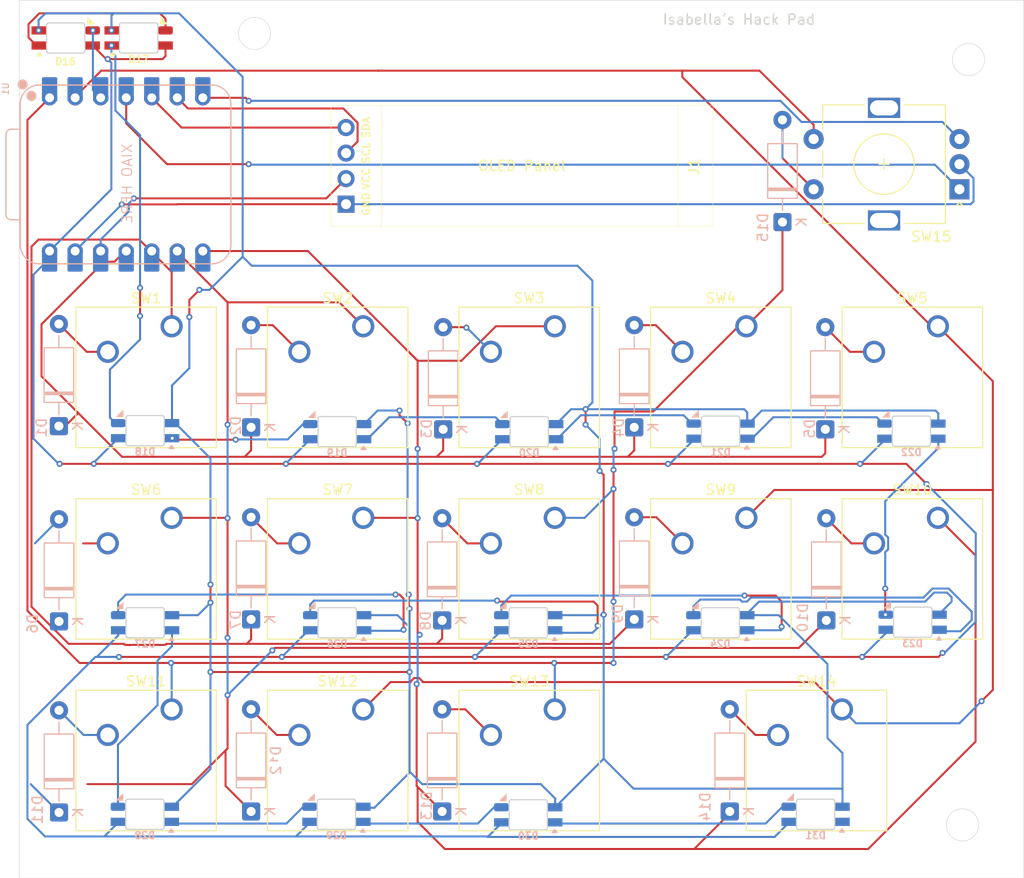
<source format=kicad_pcb>
(kicad_pcb (version 20241229) (generator "pcbnew") (generator_version "9.0")
  (layers (0 "F.Cu" signal) (2 "B.Cu" signal) (13 "F.Paste" user) (15 "B.Paste" user) (5 "F.SilkS" user "F.Silkscreen") (7 "B.SilkS" user "B.Silkscreen") (1 "F.Mask" user) (3 "B.Mask" user) (25 "Edge.Cuts" user))
  (net 0 "")
  (net 1 "col0")
  (net 2 "Net-(D1-A)")
  (net 3 "Net-(D2-A)")
  (net 4 "Net-(D3-A)")
  (net 5 "Net-(D4-A)")
  (net 6 "Net-(D5-A)")
  (net 7 "Net-(D6-A)")
  (net 8 "col1")
  (net 9 "Net-(D7-A)")
  (net 10 "Net-(D8-A)")
  (net 11 "Net-(D9-A)")
  (net 12 "Net-(D10-A)")
  (net 13 "col2")
  (net 14 "Net-(D11-A)")
  (net 15 "Net-(D12-A)")
  (net 16 "Net-(D13-A)")
  (net 17 "col3")
  (net 18 "Net-(D14-A)")
  (net 19 "col4")
  (net 20 "Net-(D15-A)")
  (net 21 "LED")
  (net 22 "GND")
  (net 23 "+5V")
  (net 24 "Net-(D16-DOUT)")
  (net 25 "Net-(D17-DOUT)")
  (net 26 "Net-(D18-DOUT)")
  (net 27 "Net-(D19-DOUT)")
  (net 28 "Net-(D20-DOUT)")
  (net 29 "Net-(D21-DOUT)")
  (net 30 "Net-(D22-DOUT)")
  (net 31 "Net-(D23-DOUT)")
  (net 32 "Net-(D24-DOUT)")
  (net 33 "Net-(D25-DOUT)")
  (net 34 "Net-(D26-DOUT)")
  (net 35 "Net-(D16-VSS)")
  (net 36 "3v3")
  (net 37 "SCL")
  (net 38 "SDA")
  (net 39 "col5")
  (net 40 "rotA")
  (net 41 "rotB")
  (net 42 "Net-(D27-DOUT)")
  (net 43 "Net-(D28-DOUT)")
  (net 44 "Net-(D29-DOUT)")
  (net 45 "Net-(D30-DOUT)")
  (footprint "hackpad_footprints:SK6812-MINI-E" (layer "F.Cu") (at 99.225 70.95)
    (property "Reference" "D16")
    (property "Value" "SK6812MINI" (hide yes))
    (fp_line (start -1.9 1.3) (end -1.9 -1.3) (stroke (width 0.12)) (layer "Edge.Cuts"))
    (fp_line (start -1.7 -1.5) (end 1.7 -1.5) (stroke (width 0.12)) (layer "Edge.Cuts"))
    (fp_line (start 1.7 1.5) (end -1.7 1.5) (stroke (width 0.12)) (layer "Edge.Cuts"))
    (fp_line (start 1.9 -1.3) (end 1.9 1.3) (stroke (width 0.12)) (layer "Edge.Cuts"))
    (fp_arc (start -1.9 -1.3) (mid -1.841421 -1.441421) (end -1.7 -1.5) (stroke (width 0.12)) (layer "Edge.Cuts"))
    (fp_arc (start -1.7 1.5) (mid -1.841421 1.441421) (end -1.9 1.3) (stroke (width 0.12)) (layer "Edge.Cuts"))
    (fp_arc (start 1.7 -1.5) (mid 1.841421 -1.441421) (end 1.9 -1.3) (stroke (width 0.12)) (layer "Edge.Cuts"))
    (fp_arc (start 1.9 1.3) (mid 1.841421 1.441421) (end 1.7 1.5) (stroke (width 0.12)) (layer "Edge.Cuts"))
  )
  (footprint "Button_Switch_Keyboard:SW_Cherry_MX_1.00u_PCB" (layer "F.Cu") (at 128.809 99.62)
    (property "Reference" "SW2")
    (property "Value" "SW_Push")
  )
  (footprint "Button_Switch_Keyboard:SW_Cherry_MX_1.00u_PCB" (layer "F.Cu") (at 147.859 99.62)
    (property "Reference" "SW3")
    (property "Value" "SW_Push")
  )
  (footprint "Button_Switch_Keyboard:SW_Cherry_MX_1.00u_PCB" (layer "F.Cu") (at 128.809 137.72)
    (property "Reference" "SW12")
    (property "Value" "SW_Push")
  )
  (footprint "Button_Switch_Keyboard:SW_Cherry_MX_1.00u_PCB" (layer "F.Cu") (at 176.419 137.72)
    (property "Reference" "SW14")
    (property "Value" "SW_Push")
  )
  (footprint "Button_Switch_Keyboard:SW_Cherry_MX_1.00u_PCB" (layer "F.Cu") (at 166.909 99.62)
    (property "Reference" "SW4")
    (property "Value" "SW_Push")
  )
  (footprint "KiCad-SSD1306-0.91-OLED-4pin-128x32.pretty-master:SSD1306-0.91-OLED-4pin-128x32" (layer "F.Cu") (at 163.6 89.67 180)
    (property "Reference" "J1")
    (property "Value" "Conn_01x04_Socket")
  )
  (footprint "Button_Switch_Keyboard:SW_Cherry_MX_1.00u_PCB" (layer "F.Cu") (at 185.959 118.67)
    (property "Reference" "SW10")
    (property "Value" "SW_Push")
  )
  (footprint "hackpad_footprints:SK6812-MINI-E" (layer "F.Cu") (at 106.475 70.95)
    (property "Reference" "D17")
    (property "Value" "SK6812MINI" (hide yes))
    (fp_line (start -1.9 1.3) (end -1.9 -1.3) (stroke (width 0.12)) (layer "Edge.Cuts"))
    (fp_line (start -1.7 -1.5) (end 1.7 -1.5) (stroke (width 0.12)) (layer "Edge.Cuts"))
    (fp_line (start 1.7 1.5) (end -1.7 1.5) (stroke (width 0.12)) (layer "Edge.Cuts"))
    (fp_line (start 1.9 -1.3) (end 1.9 1.3) (stroke (width 0.12)) (layer "Edge.Cuts"))
    (fp_arc (start -1.9 -1.3) (mid -1.841421 -1.441421) (end -1.7 -1.5) (stroke (width 0.12)) (layer "Edge.Cuts"))
    (fp_arc (start -1.7 1.5) (mid -1.841421 1.441421) (end -1.9 1.3) (stroke (width 0.12)) (layer "Edge.Cuts"))
    (fp_arc (start 1.7 -1.5) (mid 1.841421 -1.441421) (end 1.9 -1.3) (stroke (width 0.12)) (layer "Edge.Cuts"))
    (fp_arc (start 1.9 1.3) (mid 1.841421 1.441421) (end 1.7 1.5) (stroke (width 0.12)) (layer "Edge.Cuts"))
  )
  (footprint "Button_Switch_Keyboard:SW_Cherry_MX_1.00u_PCB" (layer "F.Cu") (at 147.859 137.72)
    (property "Reference" "SW13")
    (property "Value" "SW_Push")
  )
  (footprint "Button_Switch_Keyboard:SW_Cherry_MX_1.00u_PCB" (layer "F.Cu") (at 185.959 99.62)
    (property "Reference" "SW5")
    (property "Value" "SW_Push")
  )
  (footprint "Button_Switch_Keyboard:SW_Cherry_MX_1.00u_PCB" (layer "F.Cu") (at 128.809 118.67)
    (property "Reference" "SW7")
    (property "Value" "SW_Push")
  )
  (footprint "Button_Switch_Keyboard:SW_Cherry_MX_1.00u_PCB" (layer "F.Cu") (at 109.759 99.62)
    (property "Reference" "SW1")
    (property "Value" "SW_Push")
  )
  (footprint "Rotary_Encoder:RotaryEncoder_Alps_EC11E-Switch_Vertical_H20mm" (layer "F.Cu") (at 188.1 86 180)
    (property "Reference" "SW15")
    (property "Value" "RotaryEncoder_Switch")
  )
  (footprint "Button_Switch_Keyboard:SW_Cherry_MX_1.00u_PCB" (layer "F.Cu") (at 109.759 118.67)
    (property "Reference" "SW6")
    (property "Value" "SW_Push")
  )
  (footprint "Button_Switch_Keyboard:SW_Cherry_MX_1.00u_PCB" (layer "F.Cu") (at 109.759 137.72)
    (property "Reference" "SW11")
    (property "Value" "SW_Push")
  )
  (footprint "Button_Switch_Keyboard:SW_Cherry_MX_1.00u_PCB" (layer "F.Cu") (at 147.859 118.67)
    (property "Reference" "SW8")
    (property "Value" "SW_Push")
  )
  (footprint "Button_Switch_Keyboard:SW_Cherry_MX_1.00u_PCB" (layer "F.Cu") (at 166.909 118.67)
    (property "Reference" "SW9")
    (property "Value" "SW_Push")
  )
  (footprint "hackpad_footprints:SK6812-MINI-E" (layer "B.Cu") (at 126.219 129.1 180)
    (property "Reference" "D26")
    (property "Value" "SK6812MINI" (hide yes))
    (fp_line (start 1.9 1.3) (end 1.9 -1.3) (stroke (width 0.12)) (layer "Edge.Cuts"))
    (fp_line (start 1.7 -1.5) (end -1.7 -1.5) (stroke (width 0.12)) (layer "Edge.Cuts"))
    (fp_line (start -1.7 1.5) (end 1.7 1.5) (stroke (width 0.12)) (layer "Edge.Cuts"))
    (fp_line (start -1.9 -1.3) (end -1.9 1.3) (stroke (width 0.12)) (layer "Edge.Cuts"))
    (fp_arc (start 1.9 1.3) (mid 1.841421 1.441421) (end 1.7 1.5) (stroke (width 0.12)) (layer "Edge.Cuts"))
    (fp_arc (start 1.7 -1.5) (mid 1.841421 -1.441421) (end 1.9 -1.3) (stroke (width 0.12)) (layer "Edge.Cuts"))
    (fp_arc (start -1.7 1.5) (mid -1.841421 1.441421) (end -1.9 1.3) (stroke (width 0.12)) (layer "Edge.Cuts"))
    (fp_arc (start -1.9 -1.3) (mid -1.841421 -1.441421) (end -1.7 -1.5) (stroke (width 0.12)) (layer "Edge.Cuts"))
  )
  (footprint "Diode_THT:D_A-405_P10.16mm_Horizontal" (layer "B.Cu") (at 98.559 147.97 90)
    (property "Reference" "D11")
    (property "Value" "1N4148WT")
  )
  (footprint "hackpad_footprints:SK6812-MINI-E" (layer "B.Cu") (at 126.219 110.1 180)
    (property "Reference" "D19")
    (property "Value" "SK6812MINI" (hide yes))
    (fp_line (start 1.9 1.3) (end 1.9 -1.3) (stroke (width 0.12)) (layer "Edge.Cuts"))
    (fp_line (start 1.7 -1.5) (end -1.7 -1.5) (stroke (width 0.12)) (layer "Edge.Cuts"))
    (fp_line (start -1.7 1.5) (end 1.7 1.5) (stroke (width 0.12)) (layer "Edge.Cuts"))
    (fp_line (start -1.9 -1.3) (end -1.9 1.3) (stroke (width 0.12)) (layer "Edge.Cuts"))
    (fp_arc (start 1.9 1.3) (mid 1.841421 1.441421) (end 1.7 1.5) (stroke (width 0.12)) (layer "Edge.Cuts"))
    (fp_arc (start 1.7 -1.5) (mid 1.841421 -1.441421) (end 1.9 -1.3) (stroke (width 0.12)) (layer "Edge.Cuts"))
    (fp_arc (start -1.7 1.5) (mid -1.841421 1.441421) (end -1.9 1.3) (stroke (width 0.12)) (layer "Edge.Cuts"))
    (fp_arc (start -1.9 -1.3) (mid -1.841421 -1.441421) (end -1.7 -1.5) (stroke (width 0.12)) (layer "Edge.Cuts"))
  )
  (footprint "Diode_THT:D_A-405_P10.16mm_Horizontal" (layer "B.Cu") (at 155.759 109.67 90)
    (property "Reference" "D4")
    (property "Value" "1N4148WT")
  )
  (footprint "Diode_THT:D_A-405_P10.16mm_Horizontal" (layer "B.Cu") (at 170.5 89.26 90)
    (property "Reference" "D15")
    (property "Value" "1N4148WT")
  )
  (footprint "hackpad_footprints:SK6812-MINI-E" (layer "B.Cu") (at 126.144 148.15 180)
    (property "Reference" "D29")
    (property "Value" "SK6812MINI" (hide yes))
    (fp_line (start 1.9 1.3) (end 1.9 -1.3) (stroke (width 0.12)) (layer "Edge.Cuts"))
    (fp_line (start 1.7 -1.5) (end -1.7 -1.5) (stroke (width 0.12)) (layer "Edge.Cuts"))
    (fp_line (start -1.7 1.5) (end 1.7 1.5) (stroke (width 0.12)) (layer "Edge.Cuts"))
    (fp_line (start -1.9 -1.3) (end -1.9 1.3) (stroke (width 0.12)) (layer "Edge.Cuts"))
    (fp_arc (start 1.9 1.3) (mid 1.841421 1.441421) (end 1.7 1.5) (stroke (width 0.12)) (layer "Edge.Cuts"))
    (fp_arc (start 1.7 -1.5) (mid 1.841421 -1.441421) (end 1.9 -1.3) (stroke (width 0.12)) (layer "Edge.Cuts"))
    (fp_arc (start -1.7 1.5) (mid -1.841421 1.441421) (end -1.9 1.3) (stroke (width 0.12)) (layer "Edge.Cuts"))
    (fp_arc (start -1.9 -1.3) (mid -1.841421 -1.441421) (end -1.7 -1.5) (stroke (width 0.12)) (layer "Edge.Cuts"))
  )
  (footprint "hackpad_footprints:SK6812-MINI-E" (layer "B.Cu") (at 164.319 129.1 180)
    (property "Reference" "D24")
    (property "Value" "SK6812MINI" (hide yes))
    (fp_line (start 1.9 1.3) (end 1.9 -1.3) (stroke (width 0.12)) (layer "Edge.Cuts"))
    (fp_line (start 1.7 -1.5) (end -1.7 -1.5) (stroke (width 0.12)) (layer "Edge.Cuts"))
    (fp_line (start -1.7 1.5) (end 1.7 1.5) (stroke (width 0.12)) (layer "Edge.Cuts"))
    (fp_line (start -1.9 -1.3) (end -1.9 1.3) (stroke (width 0.12)) (layer "Edge.Cuts"))
    (fp_arc (start 1.9 1.3) (mid 1.841421 1.441421) (end 1.7 1.5) (stroke (width 0.12)) (layer "Edge.Cuts"))
    (fp_arc (start 1.7 -1.5) (mid 1.841421 -1.441421) (end 1.9 -1.3) (stroke (width 0.12)) (layer "Edge.Cuts"))
    (fp_arc (start -1.7 1.5) (mid -1.841421 1.441421) (end -1.9 1.3) (stroke (width 0.12)) (layer "Edge.Cuts"))
    (fp_arc (start -1.9 -1.3) (mid -1.841421 -1.441421) (end -1.7 -1.5) (stroke (width 0.12)) (layer "Edge.Cuts"))
  )
  (footprint "hackpad_footprints:SK6812-MINI-E" (layer "B.Cu") (at 145.319 110.1 180)
    (property "Reference" "D20")
    (property "Value" "SK6812MINI" (hide yes))
    (fp_line (start 1.9 1.3) (end 1.9 -1.3) (stroke (width 0.12)) (layer "Edge.Cuts"))
    (fp_line (start 1.7 -1.5) (end -1.7 -1.5) (stroke (width 0.12)) (layer "Edge.Cuts"))
    (fp_line (start -1.7 1.5) (end 1.7 1.5) (stroke (width 0.12)) (layer "Edge.Cuts"))
    (fp_line (start -1.9 -1.3) (end -1.9 1.3) (stroke (width 0.12)) (layer "Edge.Cuts"))
    (fp_arc (start 1.9 1.3) (mid 1.841421 1.441421) (end 1.7 1.5) (stroke (width 0.12)) (layer "Edge.Cuts"))
    (fp_arc (start 1.7 -1.5) (mid 1.841421 -1.441421) (end 1.9 -1.3) (stroke (width 0.12)) (layer "Edge.Cuts"))
    (fp_arc (start -1.7 1.5) (mid -1.841421 1.441421) (end -1.9 1.3) (stroke (width 0.12)) (layer "Edge.Cuts"))
    (fp_arc (start -1.9 -1.3) (mid -1.841421 -1.441421) (end -1.7 -1.5) (stroke (width 0.12)) (layer "Edge.Cuts"))
  )
  (footprint "hackpad_footprints:SK6812-MINI-E" (layer "B.Cu") (at 145.219 129.1 180)
    (property "Reference" "D25")
    (property "Value" "SK6812MINI" (hide yes))
    (fp_line (start 1.9 1.3) (end 1.9 -1.3) (stroke (width 0.12)) (layer "Edge.Cuts"))
    (fp_line (start 1.7 -1.5) (end -1.7 -1.5) (stroke (width 0.12)) (layer "Edge.Cuts"))
    (fp_line (start -1.7 1.5) (end 1.7 1.5) (stroke (width 0.12)) (layer "Edge.Cuts"))
    (fp_line (start -1.9 -1.3) (end -1.9 1.3) (stroke (width 0.12)) (layer "Edge.Cuts"))
    (fp_arc (start 1.9 1.3) (mid 1.841421 1.441421) (end 1.7 1.5) (stroke (width 0.12)) (layer "Edge.Cuts"))
    (fp_arc (start 1.7 -1.5) (mid 1.841421 -1.441421) (end 1.9 -1.3) (stroke (width 0.12)) (layer "Edge.Cuts"))
    (fp_arc (start -1.7 1.5) (mid -1.841421 1.441421) (end -1.9 1.3) (stroke (width 0.12)) (layer "Edge.Cuts"))
    (fp_arc (start -1.9 -1.3) (mid -1.841421 -1.441421) (end -1.7 -1.5) (stroke (width 0.12)) (layer "Edge.Cuts"))
  )
  (footprint "Diode_THT:D_A-405_P10.16mm_Horizontal" (layer "B.Cu") (at 98.544 109.55 90)
    (property "Reference" "D1")
    (property "Value" "1N4148WT")
  )
  (footprint "Diode_THT:D_A-405_P10.16mm_Horizontal" (layer "B.Cu") (at 136.659 147.87 90)
    (property "Reference" "D13")
    (property "Value" "1N4148WT")
  )
  (footprint "Diode_THT:D_A-405_P10.16mm_Horizontal" (layer "B.Cu") (at 117.659 147.87 90)
    (property "Reference" "D12")
    (property "Value" "1N4148WT")
  )
  (footprint "hackpad_footprints:SK6812-MINI-E" (layer "B.Cu") (at 183.444 129.05 180)
    (property "Reference" "D23")
    (property "Value" "SK6812MINI" (hide yes))
    (fp_line (start 1.9 1.3) (end 1.9 -1.3) (stroke (width 0.12)) (layer "Edge.Cuts"))
    (fp_line (start 1.7 -1.5) (end -1.7 -1.5) (stroke (width 0.12)) (layer "Edge.Cuts"))
    (fp_line (start -1.7 1.5) (end 1.7 1.5) (stroke (width 0.12)) (layer "Edge.Cuts"))
    (fp_line (start -1.9 -1.3) (end -1.9 1.3) (stroke (width 0.12)) (layer "Edge.Cuts"))
    (fp_arc (start 1.9 1.3) (mid 1.841421 1.441421) (end 1.7 1.5) (stroke (width 0.12)) (layer "Edge.Cuts"))
    (fp_arc (start 1.7 -1.5) (mid 1.841421 -1.441421) (end 1.9 -1.3) (stroke (width 0.12)) (layer "Edge.Cuts"))
    (fp_arc (start -1.7 1.5) (mid -1.841421 1.441421) (end -1.9 1.3) (stroke (width 0.12)) (layer "Edge.Cuts"))
    (fp_arc (start -1.9 -1.3) (mid -1.841421 -1.441421) (end -1.7 -1.5) (stroke (width 0.12)) (layer "Edge.Cuts"))
  )
  (footprint "hackpad_footprints:SK6812-MINI-E" (layer "B.Cu") (at 107.094 148.15 180)
    (property "Reference" "D28")
    (property "Value" "SK6812MINI" (hide yes))
    (fp_line (start 1.9 1.3) (end 1.9 -1.3) (stroke (width 0.12)) (layer "Edge.Cuts"))
    (fp_line (start 1.7 -1.5) (end -1.7 -1.5) (stroke (width 0.12)) (layer "Edge.Cuts"))
    (fp_line (start -1.7 1.5) (end 1.7 1.5) (stroke (width 0.12)) (layer "Edge.Cuts"))
    (fp_line (start -1.9 -1.3) (end -1.9 1.3) (stroke (width 0.12)) (layer "Edge.Cuts"))
    (fp_arc (start 1.9 1.3) (mid 1.841421 1.441421) (end 1.7 1.5) (stroke (width 0.12)) (layer "Edge.Cuts"))
    (fp_arc (start 1.7 -1.5) (mid 1.841421 -1.441421) (end 1.9 -1.3) (stroke (width 0.12)) (layer "Edge.Cuts"))
    (fp_arc (start -1.7 1.5) (mid -1.841421 1.441421) (end -1.9 1.3) (stroke (width 0.12)) (layer "Edge.Cuts"))
    (fp_arc (start -1.9 -1.3) (mid -1.841421 -1.441421) (end -1.7 -1.5) (stroke (width 0.12)) (layer "Edge.Cuts"))
  )
  (footprint "Diode_THT:D_A-405_P10.16mm_Horizontal" (layer "B.Cu") (at 174.859 128.87 90)
    (property "Reference" "D10")
    (property "Value" "1N4148WT")
  )
  (footprint "hackpad_footprints:SK6812-MINI-E" (layer "B.Cu") (at 107.119 129.1 180)
    (property "Reference" "D27")
    (property "Value" "SK6812MINI" (hide yes))
    (fp_line (start 1.9 1.3) (end 1.9 -1.3) (stroke (width 0.12)) (layer "Edge.Cuts"))
    (fp_line (start 1.7 -1.5) (end -1.7 -1.5) (stroke (width 0.12)) (layer "Edge.Cuts"))
    (fp_line (start -1.7 1.5) (end 1.7 1.5) (stroke (width 0.12)) (layer "Edge.Cuts"))
    (fp_line (start -1.9 -1.3) (end -1.9 1.3) (stroke (width 0.12)) (layer "Edge.Cuts"))
    (fp_arc (start 1.9 1.3) (mid 1.841421 1.441421) (end 1.7 1.5) (stroke (width 0.12)) (layer "Edge.Cuts"))
    (fp_arc (start 1.7 -1.5) (mid 1.841421 -1.441421) (end 1.9 -1.3) (stroke (width 0.12)) (layer "Edge.Cuts"))
    (fp_arc (start -1.7 1.5) (mid -1.841421 1.441421) (end -1.9 1.3) (stroke (width 0.12)) (layer "Edge.Cuts"))
    (fp_arc (start -1.9 -1.3) (mid -1.841421 -1.441421) (end -1.7 -1.5) (stroke (width 0.12)) (layer "Edge.Cuts"))
  )
  (footprint "Diode_THT:D_A-405_P10.16mm_Horizontal" (layer "B.Cu") (at 136.759 109.87 90)
    (property "Reference" "D3")
    (property "Value" "1N4148WT")
  )
  (footprint "hackpad_footprints:SK6812-MINI-E" (layer "B.Cu") (at 107.119 110 180)
    (property "Reference" "D18")
    (property "Value" "SK6812MINI" (hide yes))
    (fp_line (start 1.9 1.3) (end 1.9 -1.3) (stroke (width 0.12)) (layer "Edge.Cuts"))
    (fp_line (start 1.7 -1.5) (end -1.7 -1.5) (stroke (width 0.12)) (layer "Edge.Cuts"))
    (fp_line (start -1.7 1.5) (end 1.7 1.5) (stroke (width 0.12)) (layer "Edge.Cuts"))
    (fp_line (start -1.9 -1.3) (end -1.9 1.3) (stroke (width 0.12)) (layer "Edge.Cuts"))
    (fp_arc (start 1.9 1.3) (mid 1.841421 1.441421) (end 1.7 1.5) (stroke (width 0.12)) (layer "Edge.Cuts"))
    (fp_arc (start 1.7 -1.5) (mid 1.841421 -1.441421) (end 1.9 -1.3) (stroke (width 0.12)) (layer "Edge.Cuts"))
    (fp_arc (start -1.7 1.5) (mid -1.841421 1.441421) (end -1.9 1.3) (stroke (width 0.12)) (layer "Edge.Cuts"))
    (fp_arc (start -1.9 -1.3) (mid -1.841421 -1.441421) (end -1.7 -1.5) (stroke (width 0.12)) (layer "Edge.Cuts"))
  )
  (footprint "Diode_THT:D_A-405_P10.16mm_Horizontal" (layer "B.Cu") (at 165.259 147.87 90)
    (property "Reference" "D14")
    (property "Value" "1N4148WT")
  )
  (footprint "Diode_THT:D_A-405_P10.16mm_Horizontal" (layer "B.Cu") (at 117.659 128.77 90)
    (property "Reference" "D7")
    (property "Value" "1N4148WT")
  )
  (footprint "Diode_THT:D_A-405_P10.16mm_Horizontal" (layer "B.Cu") (at 136.659 128.87 90)
    (property "Reference" "D8")
    (property "Value" "1N4148WT")
  )
  (footprint "OPL:XIAO-RP2040-DIP" (layer "B.Cu") (at 105.239 84.52 -90)
    (property "Reference" "U1")
    (property "Value" "XIAO-RP2040-DIP")
  )
  (footprint "hackpad_footprints:SK6812-MINI-E" (layer "B.Cu") (at 173.794 148.15 180)
    (property "Reference" "D31")
    (property "Value" "SK6812MINI" (hide yes))
    (fp_line (start 1.9 1.3) (end 1.9 -1.3) (stroke (width 0.12)) (layer "Edge.Cuts"))
    (fp_line (start 1.7 -1.5) (end -1.7 -1.5) (stroke (width 0.12)) (layer "Edge.Cuts"))
    (fp_line (start -1.7 1.5) (end 1.7 1.5) (stroke (width 0.12)) (layer "Edge.Cuts"))
    (fp_line (start -1.9 -1.3) (end -1.9 1.3) (stroke (width 0.12)) (layer "Edge.Cuts"))
    (fp_arc (start 1.9 1.3) (mid 1.841421 1.441421) (end 1.7 1.5) (stroke (width 0.12)) (layer "Edge.Cuts"))
    (fp_arc (start 1.7 -1.5) (mid 1.841421 -1.441421) (end 1.9 -1.3) (stroke (width 0.12)) (layer "Edge.Cuts"))
    (fp_arc (start -1.7 1.5) (mid -1.841421 1.441421) (end -1.9 1.3) (stroke (width 0.12)) (layer "Edge.Cuts"))
    (fp_arc (start -1.9 -1.3) (mid -1.841421 -1.441421) (end -1.7 -1.5) (stroke (width 0.12)) (layer "Edge.Cuts"))
  )
  (footprint "Diode_THT:D_A-405_P10.16mm_Horizontal" (layer "B.Cu") (at 155.759 128.77 90)
    (property "Reference" "D9")
    (property "Value" "1N4148WT")
  )
  (footprint "Diode_THT:D_A-405_P10.16mm_Horizontal" (layer "B.Cu") (at 98.559 128.97 90)
    (property "Reference" "D6")
    (property "Value" "1N4148WT")
  )
  (footprint "Diode_THT:D_A-405_P10.16mm_Horizontal" (layer "B.Cu") (at 117.659 109.67 90)
    (property "Reference" "D2")
    (property "Value" "1N4148WT")
  )
  (footprint "Diode_THT:D_A-405_P10.16mm_Horizontal" (layer "B.Cu") (at 174.759 109.87 90)
    (property "Reference" "D5")
    (property "Value" "1N4148WT")
  )
  (footprint "hackpad_footprints:SK6812-MINI-E" (layer "B.Cu") (at 183.319 110.05 180)
    (property "Reference" "D22")
    (property "Value" "SK6812MINI" (hide yes))
    (fp_line (start 1.9 1.3) (end 1.9 -1.3) (stroke (width 0.12)) (layer "Edge.Cuts"))
    (fp_line (start 1.7 -1.5) (end -1.7 -1.5) (stroke (width 0.12)) (layer "Edge.Cuts"))
    (fp_line (start -1.7 1.5) (end 1.7 1.5) (stroke (width 0.12)) (layer "Edge.Cuts"))
    (fp_line (start -1.9 -1.3) (end -1.9 1.3) (stroke (width 0.12)) (layer "Edge.Cuts"))
    (fp_arc (start 1.9 1.3) (mid 1.841421 1.441421) (end 1.7 1.5) (stroke (width 0.12)) (layer "Edge.Cuts"))
    (fp_arc (start 1.7 -1.5) (mid 1.841421 -1.441421) (end 1.9 -1.3) (stroke (width 0.12)) (layer "Edge.Cuts"))
    (fp_arc (start -1.7 1.5) (mid -1.841421 1.441421) (end -1.9 1.3) (stroke (width 0.12)) (layer "Edge.Cuts"))
    (fp_arc (start -1.9 -1.3) (mid -1.841421 -1.441421) (end -1.7 -1.5) (stroke (width 0.12)) (layer "Edge.Cuts"))
  )
  (footprint "hackpad_footprints:SK6812-MINI-E" (layer "B.Cu") (at 145.219 148.2 180)
    (property "Reference" "D30")
    (property "Value" "SK6812MINI" (hide yes))
    (fp_line (start 1.9 1.3) (end 1.9 -1.3) (stroke (width 0.12)) (layer "Edge.Cuts"))
    (fp_line (start 1.7 -1.5) (end -1.7 -1.5) (stroke (width 0.12)) (layer "Edge.Cuts"))
    (fp_line (start -1.7 1.5) (end 1.7 1.5) (stroke (width 0.12)) (layer "Edge.Cuts"))
    (fp_line (start -1.9 -1.3) (end -1.9 1.3) (stroke (width 0.12)) (layer "Edge.Cuts"))
    (fp_arc (start 1.9 1.3) (mid 1.841421 1.441421) (end 1.7 1.5) (stroke (width 0.12)) (layer "Edge.Cuts"))
    (fp_arc (start 1.7 -1.5) (mid 1.841421 -1.441421) (end 1.9 -1.3) (stroke (width 0.12)) (layer "Edge.Cuts"))
    (fp_arc (start -1.7 1.5) (mid -1.841421 1.441421) (end -1.9 1.3) (stroke (width 0.12)) (layer "Edge.Cuts"))
    (fp_arc (start -1.9 -1.3) (mid -1.841421 -1.441421) (end -1.7 -1.5) (stroke (width 0.12)) (layer "Edge.Cuts"))
  )
  (footprint "hackpad_footprints:SK6812-MINI-E" (layer "B.Cu") (at 164.344 110.05 180)
    (property "Reference" "D21")
    (property "Value" "SK6812MINI" (hide yes))
    (fp_line (start 1.9 1.3) (end 1.9 -1.3) (stroke (width 0.12)) (layer "Edge.Cuts"))
    (fp_line (start 1.7 -1.5) (end -1.7 -1.5) (stroke (width 0.12)) (layer "Edge.Cuts"))
    (fp_line (start -1.7 1.5) (end 1.7 1.5) (stroke (width 0.12)) (layer "Edge.Cuts"))
    (fp_line (start -1.9 -1.3) (end -1.9 1.3) (stroke (width 0.12)) (layer "Edge.Cuts"))
    (fp_arc (start 1.9 1.3) (mid 1.841421 1.441421) (end 1.7 1.5) (stroke (width 0.12)) (layer "Edge.Cuts"))
    (fp_arc (start 1.7 -1.5) (mid 1.841421 -1.441421) (end 1.9 -1.3) (stroke (width 0.12)) (layer "Edge.Cuts"))
    (fp_arc (start -1.7 1.5) (mid -1.841421 1.441421) (end -1.9 1.3) (stroke (width 0.12)) (layer "Edge.Cuts"))
    (fp_arc (start -1.9 -1.3) (mid -1.841421 -1.441421) (end -1.7 -1.5) (stroke (width 0.12)) (layer "Edge.Cuts"))
  )
  (gr_rect (start 94.6 67.2) (end 194.5 154.5) (stroke (width 0.05)) (fill no) (layer "Edge.Cuts"))
  (gr_circle (center 189 73.1) (end 187.4 73.179256) (stroke (width 0.05)) (fill no) (layer "Edge.Cuts"))
  (gr_circle (center 188.4 149.201962) (end 186.8 149.281218) (stroke (width 0.05)) (fill no) (layer "Edge.Cuts"))
  (gr_circle (center 118 70.5) (end 116.4 70.579256) (stroke (width 0.05)) (fill no) (layer "Edge.Cuts"))
  (gr_text "XIAO HERE" (at 105.919 81.4 90) (layer "B.SilkS") (effects (font (size 1 1) (thickness 0.1)) (justify left bottom mirror)))
  (gr_text "Isabella's Hack Pad" (at 158.5 69.7 0) (layer "Edge.Cuts") (effects (font (size 1 1)) (justify left bottom)))
  (segment (start 104.819 112.6) (end 117.019 112.6) (width 0.2) (layer "F.Cu") (net 1))
  (segment (start 136.759 111.96) (end 136.119 112.6) (width 0.2) (layer "F.Cu") (net 1))
  (segment (start 155.759 111.96) (end 155.119 112.6) (width 0.2) (layer "F.Cu") (net 1))
  (segment (start 96.819 104.6) (end 100.469 108.25) (width 0.2) (layer "F.Cu") (net 1))
  (segment (start 136.759 109.87) (end 136.759 111.96) (width 0.2) (layer "F.Cu") (net 1))
  (segment (start 98.544 109.55) (end 99.169 109.55) (width 0.2) (layer "F.Cu") (net 1))
  (segment (start 103.032529 93.203) (end 96.819 99.416529) (width 0.2) (layer "F.Cu") (net 1))
  (segment (start 117.019 112.6) (end 136.119 112.6) (width 0.2) (layer "F.Cu") (net 1))
  (segment (start 117.659 109.67) (end 117.659 111.96) (width 0.2) (layer "F.Cu") (net 1))
  (segment (start 174.419 112.6) (end 174.759 112.26) (width 0.2) (layer "F.Cu") (net 1))
  (segment (start 174.759 112.26) (end 174.759 109.87) (width 0.2) (layer "F.Cu") (net 1))
  (segment (start 155.759 109.67) (end 155.759 111.96) (width 0.2) (layer "F.Cu") (net 1))
  (segment (start 117.659 111.96) (end 117.019 112.6) (width 0.2) (layer "F.Cu") (net 1))
  (segment (start 136.119 112.6) (end 155.119 112.6) (width 0.2) (layer "F.Cu") (net 1))
  (segment (start 104.076 93.203) (end 103.032529 93.203) (width 0.2) (layer "F.Cu") (net 1))
  (segment (start 105.139 92.14) (end 104.076 93.203) (width 0.2) (layer "F.Cu") (net 1))
  (segment (start 155.119 112.6) (end 174.419 112.6) (width 0.2) (layer "F.Cu") (net 1))
  (segment (start 100.469 108.25) (end 104.819 112.6) (width 0.2) (layer "F.Cu") (net 1))
  (segment (start 96.819 99.416529) (end 96.819 104.6) (width 0.2) (layer "F.Cu") (net 1))
  (segment (start 99.169 109.55) (end 100.469 108.25) (width 0.2) (layer "F.Cu") (net 1))
  (segment (start 98.544 99.39) (end 101.314 102.16) (width 0.2) (layer "F.Cu") (net 2))
  (segment (start 101.314 102.16) (end 103.409 102.16) (width 0.2) (layer "F.Cu") (net 2))
  (segment (start 119.809 99.51) (end 122.459 102.16) (width 0.2) (layer "F.Cu") (net 3))
  (segment (start 117.659 99.51) (end 119.809 99.51) (width 0.2) (layer "F.Cu") (net 3))
  (segment (start 139.069 99.76) (end 139.019 99.71) (width 0.2) (layer "F.Cu") (net 4))
  (segment (start 139.019 99.71) (end 136.759 99.71) (width 0.2) (layer "F.Cu") (net 4))
  (via (at 139.069 99.76) (size 0.6) (drill 0.3) (layers "F.Cu" "B.Cu") (net 4))
  (segment (start 139.319 99.97) (end 141.509 102.16) (width 0.2) (layer "B.Cu") (net 4))
  (segment (start 139.069 99.76) (end 139.279 99.97) (width 0.2) (layer "B.Cu") (net 4))
  (segment (start 139.279 99.97) (end 139.319 99.97) (width 0.2) (layer "B.Cu") (net 4))
  (segment (start 155.759 99.51) (end 157.909 99.51) (width 0.2) (layer "F.Cu") (net 5))
  (segment (start 157.909 99.51) (end 160.559 102.16) (width 0.2) (layer "F.Cu") (net 5))
  (segment (start 177.209 102.16) (end 179.609 102.16) (width 0.2) (layer "F.Cu") (net 6))
  (segment (start 174.759 99.71) (end 177.209 102.16) (width 0.2) (layer "F.Cu") (net 6))
  (segment (start 100.959 121.21) (end 103.409 121.21) (width 0.2) (layer "F.Cu") (net 7))
  (segment (start 98.559 118.81) (end 96.159 121.21) (width 0.2) (layer "B.Cu") (net 7))
  (segment (start 105.152345 131.283287) (end 105.170058 131.301) (width 0.2) (layer "F.Cu") (net 8))
  (segment (start 98.549 128.97) (end 97.919 129.6) (width 0.2) (layer "F.Cu") (net 8))
  (segment (start 136.119 131.2) (end 147.919 131.2) (width 0.2) (layer "F.Cu") (net 8))
  (segment (start 97.919 129.6) (end 99.519 131.2) (width 0.2) (layer "F.Cu") (net 8))
  (segment (start 95.819 127.5) (end 97.919 129.6) (width 0.2) (layer "F.Cu") (net 8))
  (segment (start 109.759 99.62) (end 109.759 94.22) (width 0.2) (layer "F.Cu") (net 8))
  (segment (start 109.085655 131.283287) (end 109.173164 131.274928) (width 0.2) (layer "F.Cu") (net 8))
  (segment (start 108.626747 131.327122) (end 108.900217 131.301) (width 0.2) (layer "F.Cu") (net 8))
  (segment (start 147.919 131.2) (end 147.924 131.205) (width 0.2) (layer "F.Cu") (net 8))
  (segment (start 105.611253 131.327122) (end 105.642892 131.301) (width 0.2) (layer "F.Cu") (net 8))
  (segment (start 105.064836 131.274928) (end 105.152345 131.283287) (width 0.2) (layer "F.Cu") (net 8))
  (segment (start 96.519 91) (end 95.819 91.7) (width 0.2) (layer "F.Cu") (net 8))
  (segment (start 117.659 130.76) (end 117.219 131.2) (width 0.2) (layer "F.Cu") (net 8))
  (segment (start 95.819 91.7) (end 95.819 127.5) (width 0.2) (layer "F.Cu") (net 8))
  (segment (start 136.659 130.66) (end 136.119 131.2) (width 0.2) (layer "F.Cu") (net 8))
  (segment (start 105.170058 131.301) (end 105.337783 131.301) (width 0.2) (layer "F.Cu") (net 8))
  (segment (start 104.989908 131.2) (end 105.064836 131.274928) (width 0.2) (layer "F.Cu") (net 8))
  (segment (start 108.595108 131.301) (end 108.626747 131.327122) (width 0.2) (layer "F.Cu") (net 8))
  (segment (start 153.324 131.205) (end 155.759 128.77) (width 0.2) (layer "F.Cu") (net 8))
  (segment (start 117.659 128.77) (end 117.659 130.76) (width 0.2) (layer "F.Cu") (net 8))
  (segment (start 107.679 92.14) (end 107.679 92.16) (width 0.2) (layer "F.Cu") (net 8))
  (segment (start 105.642892 131.301) (end 108.595108 131.301) (width 0.2) (layer "F.Cu") (net 8))
  (segment (start 105.337783 131.301) (end 105.611253 131.327122) (width 0.2) (layer "F.Cu") (net 8))
  (segment (start 109.173164 131.274928) (end 109.248092 131.2) (width 0.2) (layer "F.Cu") (net 8))
  (segment (start 109.759 94.22) (end 107.679 92.14) (width 0.2) (layer "F.Cu") (net 8))
  (segment (start 117.219 131.2) (end 136.119 131.2) (width 0.2) (layer "F.Cu") (net 8))
  (segment (start 98.559 128.97) (end 98.549 128.97) (width 0.2) (layer "F.Cu") (net 8))
  (segment (start 107.679 92.14) (end 106.539 91) (width 0.2) (layer "F.Cu") (net 8))
  (segment (start 136.659 128.87) (end 136.659 130.66) (width 0.2) (layer "F.Cu") (net 8))
  (segment (start 109.248092 131.2) (end 117.219 131.2) (width 0.2) (layer "F.Cu") (net 8))
  (segment (start 99.519 131.2) (end 104.989908 131.2) (width 0.2) (layer "F.Cu") (net 8))
  (segment (start 108.900217 131.301) (end 109.067942 131.301) (width 0.2) (layer "F.Cu") (net 8))
  (segment (start 106.539 91) (end 96.519 91) (width 0.2) (layer "F.Cu") (net 8))
  (segment (start 109.067942 131.301) (end 109.085655 131.283287) (width 0.2) (layer "F.Cu") (net 8))
  (segment (start 147.924 131.205) (end 153.324 131.205) (width 0.2) (layer "F.Cu") (net 8))
  (segment (start 120.259 121.21) (end 122.459 121.21) (width 0.2) (layer "F.Cu") (net 9))
  (segment (start 117.659 118.61) (end 120.259 121.21) (width 0.2) (layer "F.Cu") (net 9))
  (segment (start 139.159 121.21) (end 141.509 121.21) (width 0.2) (layer "F.Cu") (net 10))
  (segment (start 136.659 118.71) (end 139.159 121.21) (width 0.2) (layer "F.Cu") (net 10))
  (segment (start 157.959 118.61) (end 160.559 121.21) (width 0.2) (layer "F.Cu") (net 11))
  (segment (start 155.759 118.61) (end 157.959 118.61) (width 0.2) (layer "F.Cu") (net 11))
  (segment (start 177.359 121.21) (end 179.609 121.21) (width 0.2) (layer "F.Cu") (net 12))
  (segment (start 174.859 118.71) (end 177.359 121.21) (width 0.2) (layer "F.Cu") (net 12))
  (segment (start 115.319 118.7) (end 115.319 130.6) (width 0.2) (layer "F.Cu") (net 13))
  (segment (start 126.429 97.24) (end 115.319 97.24) (width 0.2) (layer "F.Cu") (net 13))
  (segment (start 147.7579 131.606) (end 172.123 131.606) (width 0.2) (layer "F.Cu") (net 13))
  (segment (start 115.119 141.8) (end 115.119 145.33) (width 0.2) (layer "F.Cu") (net 13))
  (segment (start 119.769 131.85) (end 120.018 131.601) (width 0.2) (layer "F.Cu") (net 13))
  (segment (start 110.219 92.14) (end 115.319 97.24) (width 0.2) (layer "F.Cu") (net 13))
  (segment (start 115.289 118.67) (end 109.759 118.67) (width 0.2) (layer "F.Cu") (net 13))
  (segment (start 115.319 97.24) (end 115.319 109.4) (width 0.2) (layer "F.Cu") (net 13))
  (segment (start 101.378 145.151) (end 111.768 145.151) (width 0.2) (layer "F.Cu") (net 13))
  (segment (start 172.123 131.606) (end 174.859 128.87) (width 0.2) (layer "F.Cu") (net 13))
  (segment (start 115.119 145.33) (end 117.659 147.87) (width 0.2) (layer "F.Cu") (net 13))
  (segment (start 115.319 136.3) (end 115.319 141.6) (width 0.2) (layer "F.Cu") (net 13))
  (segment (start 128.809 99.62) (end 126.429 97.24) (width 0.2) (layer "F.Cu") (net 13))
  (segment (start 115.319 141.6) (end 115.119 141.8) (width 0.2) (layer "F.Cu") (net 13))
  (segment (start 111.768 145.151) (end 115.319 141.6) (width 0.2) (layer "F.Cu") (net 13))
  (segment (start 147.7529 131.601) (end 147.7579 131.606) (width 0.2) (layer "F.Cu") (net 13))
  (segment (start 115.319 118.7) (end 115.289 118.67) (width 0.2) (layer "F.Cu") (net 13))
  (segment (start 120.018 131.601) (end 147.7529 131.601) (width 0.2) (layer "F.Cu") (net 13))
  (via (at 115.319 109.4) (size 0.6) (drill 0.3) (layers "F.Cu" "B.Cu") (net 13))
  (via (at 115.319 130.6) (size 0.6) (drill 0.3) (layers "F.Cu" "B.Cu") (net 13))
  (via (at 115.319 118.7) (size 0.6) (drill 0.3) (layers "F.Cu" "B.Cu") (net 13))
  (via (at 119.769 131.85) (size 0.6) (drill 0.3) (layers "F.Cu" "B.Cu") (net 13))
  (via (at 115.319 136.3) (size 0.6) (drill 0.3) (layers "F.Cu" "B.Cu") (net 13))
  (segment (start 98.559 147.97) (end 95.74 145.151) (width 0.2) (layer "B.Cu") (net 13))
  (segment (start 115.319 130.6) (end 115.319 136.3) (width 0.2) (layer "B.Cu") (net 13))
  (segment (start 115.319 109.4) (end 115.319 118.7) (width 0.2) (layer "B.Cu") (net 13))
  (segment (start 115.319 136.3) (end 119.769 131.85) (width 0.2) (layer "B.Cu") (net 13))
  (segment (start 98.559 137.81) (end 101.009 140.26) (width 0.2) (layer "B.Cu") (net 14))
  (segment (start 101.009 140.26) (end 103.409 140.26) (width 0.2) (layer "B.Cu") (net 14))
  (segment (start 120.209 140.26) (end 122.459 140.26) (width 0.2) (layer "F.Cu") (net 15))
  (segment (start 117.659 137.71) (end 120.209 140.26) (width 0.2) (layer "F.Cu") (net 15))
  (segment (start 136.659 137.71) (end 138.959 137.71) (width 0.2) (layer "F.Cu") (net 16))
  (segment (start 138.959 137.71) (end 141.509 140.26) (width 0.2) (layer "F.Cu") (net 16))
  (segment (start 134.219 145.43) (end 134.219 148.9) (width 0.2) (layer "F.Cu") (net 17))
  (segment (start 134.219 118.7) (end 134.219 130.1) (width 0.2) (layer "F.Cu") (net 17))
  (segment (start 134.219 118.7) (end 134.189 118.67) (width 0.2) (layer "F.Cu") (net 17))
  (segment (start 134.219 103.048686) (end 134.219 111.8) (width 0.2) (layer "F.Cu") (net 17))
  (segment (start 138.570314 103.048686) (end 134.219 103.048686) (width 0.2) (layer "F.Cu") (net 17))
  (segment (start 161.719 151.6) (end 179.019 151.6) (width 0.2) (layer "F.Cu") (net 17))
  (segment (start 134.119 136.049943) (end 134.119 145.33) (width 0.2) (layer "F.Cu") (net 17))
  (segment (start 123.310314 92.14) (end 134.219 103.048686) (width 0.2) (layer "F.Cu") (net 17))
  (segment (start 134.189 118.67) (end 128.809 118.67) (width 0.2) (layer "F.Cu") (net 17))
  (segment (start 189.7 122.411) (end 185.959 118.67) (width 0.2) (layer "F.Cu") (net 17))
  (segment (start 134.219 130.1) (end 134.419 130.3) (width 0.2) (layer "F.Cu") (net 17))
  (segment (start 165.259 147.87) (end 165.259 148.06) (width 0.2) (layer "F.Cu") (net 17))
  (segment (start 134.12 136.048943) (end 134.119 136.049943) (width 0.2) (layer "F.Cu") (net 17))
  (segment (start 112.759 92.14) (end 123.310314 92.14) (width 0.2) (layer "F.Cu") (net 17))
  (segment (start 134.219 148.9) (end 136.919 151.6) (width 0.2) (layer "F.Cu") (net 17))
  (segment (start 134.12 135.2) (end 134.12 136.048943) (width 0.2) (layer "F.Cu") (net 17))
  (segment (start 189.7 140.919) (end 189.7 122.411) (width 0.2) (layer "F.Cu") (net 17))
  (segment (start 134.119 145.33) (end 134.219 145.43) (width 0.2) (layer "F.Cu") (net 17))
  (segment (start 165.259 148.06) (end 161.719 151.6) (width 0.2) (layer "F.Cu") (net 17))
  (segment (start 147.859 99.62) (end 141.999 99.62) (width 0.2) (layer "F.Cu") (net 17))
  (segment (start 136.659 147.87) (end 134.219 145.43) (width 0.2) (layer "F.Cu") (net 17))
  (segment (start 179.019 151.6) (end 189.7 140.919) (width 0.2) (layer "F.Cu") (net 17))
  (segment (start 141.999 99.62) (end 138.570314 103.048686) (width 0.2) (layer "F.Cu") (net 17))
  (segment (start 134.219 103.048686) (end 133.085157 101.914843) (width 0.2) (layer "F.Cu") (net 17))
  (segment (start 136.919 151.6) (end 161.719 151.6) (width 0.2) (layer "F.Cu") (net 17))
  (via (at 134.419 130.3) (size 0.6) (drill 0.3) (layers "F.Cu" "B.Cu") (net 17))
  (via (at 134.219 111.8) (size 0.6) (drill 0.3) (layers "F.Cu" "B.Cu") (net 17))
  (via (at 134.219 118.7) (size 0.6) (drill 0.3) (layers "F.Cu" "B.Cu") (net 17))
  (via (at 134.12 135.2) (size 0.6) (drill 0.3) (layers "F.Cu" "B.Cu") (net 17))
  (segment (start 134.12 134.999) (end 134.219 134.9) (width 0.2) (layer "B.Cu") (net 17))
  (segment (start 134.219 134.9) (end 134.219 130.5) (width 0.2) (layer "B.Cu") (net 17))
  (segment (start 134.219 111.8) (end 134.219 118.7) (width 0.2) (layer "B.Cu") (net 17))
  (segment (start 134.12 135.2) (end 134.12 134.999) (width 0.2) (layer "B.Cu") (net 17))
  (segment (start 134.219 130.5) (end 134.419 130.3) (width 0.2) (layer "B.Cu") (net 17))
  (segment (start 167.809 140.26) (end 170.084 140.26) (width 0.2) (layer "F.Cu") (net 18))
  (segment (start 165.259 137.71) (end 167.809 140.26) (width 0.2) (layer "F.Cu") (net 18))
  (segment (start 100.60284 133.1) (end 109.7 133.1) (width 0.2) (layer "F.Cu") (net 19))
  (segment (start 153.8 108.098314) (end 157.64587 108.098314) (width 0.2) (layer "F.Cu") (net 19))
  (segment (start 109.7 133.1) (end 129.2 133.1) (width 0.2) (layer "F.Cu") (net 19))
  (segment (start 129.2 133.1) (end 147.8 133.1) (width 0.2) (layer "F.Cu") (net 19))
  (segment (start 166.124184 99.62) (end 166.909 99.62) (width 0.2) (layer "F.Cu") (net 19))
  (segment (start 153.7 115.8) (end 153.7 113.9) (width 0.2) (layer "F.Cu") (net 19))
  (segment (start 153.7 126.999) (end 153.7 115.8) (width 0.2) (layer "F.Cu") (net 19))
  (segment (start 170.5 96.029) (end 166.909 99.62) (width 0.2) (layer "F.Cu") (net 19))
  (segment (start 153.8 111.8) (end 153.8 108.098314) (width 0.2) (layer "F.Cu") (net 19))
  (segment (start 147.879 137.7) (end 147.859 137.72) (width 0.2) (layer "F.Cu") (net 19))
  (segment (start 95.418 79.101) (end 95.418 127.91516) (width 0.2) (layer "F.Cu") (net 19))
  (segment (start 97.619 76.9) (end 95.418 79.101) (width 0.2) (layer "F.Cu") (net 19))
  (segment (start 157.64587 108.098314) (end 166.124184 99.62) (width 0.2) (layer "F.Cu") (net 19))
  (segment (start 147.8 133.1) (end 153.7 133.1) (width 0.2) (layer "F.Cu") (net 19))
  (segment (start 95.418 127.91516) (end 100.60284 133.1) (width 0.2) (layer "F.Cu") (net 19))
  (segment (start 170.5 89.26) (end 170.5 96.029) (width 0.2) (layer "F.Cu") (net 19))
  (via (at 153.7 133.1) (size 0.6) (drill 0.3) (layers "F.Cu" "B.Cu") (net 19))
  (via (at 147.8 133.1) (size 0.6) (drill 0.3) (layers "F.Cu" "B.Cu") (net 19))
  (via (at 153.7 126.999) (size 0.6) (drill 0.3) (layers "F.Cu" "B.Cu") (net 19))
  (via (at 153.7 113.9) (size 0.6) (drill 0.3) (layers "F.Cu" "B.Cu") (net 19))
  (via (at 109.7 133.1) (size 0.6) (drill 0.3) (layers "F.Cu" "B.Cu") (net 19))
  (via (at 153.8 111.8) (size 0.6) (drill 0.3) (layers "F.Cu" "B.Cu") (net 19))
  (via (at 153.7 115.8) (size 0.6) (drill 0.3) (layers "F.Cu" "B.Cu") (net 19))
  (segment (start 147.859 133.159) (end 147.8 133.1) (width 0.2) (layer "B.Cu") (net 19))
  (segment (start 109.759 137.72) (end 109.759 133.159) (width 0.2) (layer "B.Cu") (net 19))
  (segment (start 147.859 137.72) (end 147.859 133.159) (width 0.2) (layer "B.Cu") (net 19))
  (segment (start 153.7 113.9) (end 153.7 111.9) (width 0.2) (layer "B.Cu") (net 19))
  (segment (start 109.759 133.159) (end 109.7 133.1) (width 0.2) (layer "B.Cu") (net 19))
  (segment (start 153.7 111.9) (end 153.8 111.8) (width 0.2) (layer "B.Cu") (net 19))
  (segment (start 150.83 118.67) (end 153.7 115.8) (width 0.2) (layer "B.Cu") (net 19))
  (segment (start 147.859 118.67) (end 150.83 118.67) (width 0.2) (layer "B.Cu") (net 19))
  (segment (start 153.7 133.1) (end 153.7 126.999) (width 0.2) (layer "B.Cu") (net 19))
  (segment (start 170.5 82.9) (end 173.6 86) (width 0.2) (layer "F.Cu") (net 20))
  (segment (start 170.5 79.1) (end 170.5 82.9) (width 0.2) (layer "B.Cu") (net 20))
  (segment (start 102.599 76.9) (end 102.599 76.12) (width 0.2) (layer "F.Cu") (net 21))
  (via (at 101.925 70.2) (size 0.6) (drill 0.3) (layers "F.Cu" "B.Cu") (net 21))
  (segment (start 101.925 76.126) (end 101.925 70.2) (width 0.2) (layer "B.Cu") (net 21))
  (segment (start 102.699 76.9) (end 101.925 76.126) (width 0.2) (layer "B.Cu") (net 21))
  (segment (start 110.3 87.5) (end 110.32 87.48) (width 0.2) (layer "F.Cu") (net 22))
  (segment (start 110.32 87.48) (end 127.1 87.48) (width 0.2) (layer "F.Cu") (net 22))
  (segment (start 104.8 87.5) (end 110.3 87.5) (width 0.2) (layer "F.Cu") (net 22))
  (via (at 104.8 87.5) (size 0.6) (drill 0.3) (layers "F.Cu" "B.Cu") (net 22))
  (segment (start 189.5 84.9) (end 188.1 83.5) (width 0.2) (layer "B.Cu") (net 22))
  (segment (start 189.5 87.202) (end 189.5 84.9) (width 0.2) (layer "B.Cu") (net 22))
  (segment (start 104.8 87.5) (end 101.8 90.5) (width 0.2) (layer "B.Cu") (net 22))
  (segment (start 101.8 90.5) (end 101.799 90.5) (width 0.2) (layer "B.Cu") (net 22))
  (segment (start 189.222 87.48) (end 189.5 87.202) (width 0.2) (layer "B.Cu") (net 22))
  (segment (start 127.1 87.48) (end 189.222 87.48) (width 0.2) (layer "B.Cu") (net 22))
  (segment (start 101.799 90.5) (end 100.159 92.14) (width 0.2) (layer "B.Cu") (net 22))
  (segment (start 108.848 73.051) (end 103.4 73.051) (width 0.2) (layer "F.Cu") (net 23))
  (segment (start 120.719 132.5) (end 104.519 132.5) (width 0.2) (layer "F.Cu") (net 23))
  (segment (start 184.819 115.3) (end 182.819 113.3) (width 0.2) (layer "F.Cu") (net 23))
  (segment (start 102.019 113.3) (end 98.619 113.3) (width 0.2) (layer "F.Cu") (net 23))
  (segment (start 139.919 132.5) (end 120.719 132.5) (width 0.2) (layer "F.Cu") (net 23))
  (segment (start 103.251 73.051) (end 101.9 71.7) (width 0.2) (layer "F.Cu") (net 23))
  (segment (start 178.419 132.5) (end 159.019 132.5) (width 0.2) (layer "F.Cu") (net 23))
  (segment (start 178.294 113.3) (end 159.294 113.3) (width 0.2) (layer "F.Cu") (net 23))
  (segment (start 182.819 113.3) (end 178.294 113.3) (width 0.2) (layer "F.Cu") (net 23))
  (segment (start 186.019 132.5) (end 178.419 132.5) (width 0.2) (layer "F.Cu") (net 23))
  (segment (start 140.194 113.3) (end 121.119 113.3) (width 0.2) (layer "F.Cu") (net 23))
  (segment (start 109.15 71.7) (end 109.15 72.749) (width 0.2) (layer "F.Cu") (net 23))
  (segment (start 109.15 72.749) (end 108.848 73.051) (width 0.2) (layer "F.Cu") (net 23))
  (segment (start 103.4 73.051) (end 103.251 73.051) (width 0.2) (layer "F.Cu") (net 23))
  (segment (start 186.419 132.1) (end 186.019 132.5) (width 0.2) (layer "F.Cu") (net 23))
  (segment (start 121.119 113.3) (end 102.019 113.3) (width 0.2) (layer "F.Cu") (net 23))
  (segment (start 159.294 113.3) (end 140.194 113.3) (width 0.2) (layer "F.Cu") (net 23))
  (segment (start 159.019 132.5) (end 139.919 132.5) (width 0.2) (layer "F.Cu") (net 23))
  (via (at 121.119 113.3) (size 0.6) (drill 0.3) (layers "F.Cu" "B.Cu") (net 23))
  (via (at 178.219 113.3) (size 0.6) (drill 0.3) (layers "F.Cu" "B.Cu") (net 23))
  (via (at 140.119 113.3) (size 0.6) (drill 0.3) (layers "F.Cu" "B.Cu") (net 23))
  (via (at 184.819 115.3) (size 0.6) (drill 0.3) (layers "F.Cu" "B.Cu") (net 23))
  (via (at 186.419 132.1) (size 0.6) (drill 0.3) (layers "F.Cu" "B.Cu") (net 23))
  (via (at 103.4 73.051) (size 0.6) (drill 0.3) (layers "F.Cu" "B.Cu") (net 23))
  (via (at 102.019 113.3) (size 0.6) (drill 0.3) (layers "F.Cu" "B.Cu") (net 23))
  (via (at 98.619 113.3) (size 0.6) (drill 0.3) (layers "F.Cu" "B.Cu") (net 23))
  (via (at 159.119 113.3) (size 0.6) (drill 0.3) (layers "F.Cu" "B.Cu") (net 23))
  (via (at 120.719 132.5) (size 0.6) (drill 0.3) (layers "F.Cu" "B.Cu") (net 23))
  (via (at 158.919 132.5) (size 0.6) (drill 0.3) (layers "F.Cu" "B.Cu") (net 23))
  (via (at 178.419 132.5) (size 0.6) (drill 0.3) (layers "F.Cu" "B.Cu") (net 23))
  (via (at 104.519 132.5) (size 0.6) (drill 0.3) (layers "F.Cu" "B.Cu") (net 23))
  (via (at 139.919 132.5) (size 0.6) (drill 0.3) (layers "F.Cu" "B.Cu") (net 23))
  (segment (start 103.762 85.997) (end 103.762 73.413) (width 0.2) (layer "B.Cu") (net 23))
  (segment (start 95.419 148.6) (end 97.17 150.351) (width 0.2) (layer "B.Cu") (net 23))
  (segment (start 142.544 129.875) (end 139.919 132.5) (width 0.2) (layer "B.Cu") (net 23))
  (segment (start 102.019 113.175) (end 102.019 113.3) (width 0.2) (layer "B.Cu") (net 23))
  (segment (start 123.369 129.85) (end 120.719 132.5) (width 0.2) (layer "B.Cu") (net 23))
  (segment (start 95.419 139.25153) (end 95.419 148.6) (width 0.2) (layer "B.Cu") (net 23))
  (segment (start 123.469 149) (end 122.118 150.351) (width 0.2) (layer "B.Cu") (net 23))
  (segment (start 103.068 150.351) (end 122.118 150.351) (width 0.2) (layer "B.Cu") (net 23))
  (segment (start 169.719 150.4) (end 141.168 150.4) (width 0.2) (layer "B.Cu") (net 23))
  (segment (start 102.170529 132.5) (end 95.419 139.25153) (width 0.2) (layer "B.Cu") (net 23))
  (segment (start 104.444 129.95) (end 104.444 130.22653) (width 0.2) (layer "B.Cu") (net 23))
  (segment (start 102.319 132.5) (end 102.170529 132.5) (width 0.2) (layer "B.Cu") (net 23))
  (segment (start 189.719 129) (end 189.719 120.2) (width 0.2) (layer "B.Cu") (net 23))
  (segment (start 142.644 110.85) (end 140.194 113.3) (width 0.2) (layer "B.Cu") (net 23))
  (segment (start 180.744 129.95) (end 180.744 130.175) (width 0.2) (layer "B.Cu") (net 23))
  (segment (start 96.019 110.8) (end 96.019 94.475) (width 0.2) (layer "B.Cu") (net 23))
  (segment (start 122.118 150.351) (end 141.119 150.351) (width 0.2) (layer "B.Cu") (net 23))
  (segment (start 171.119 149) (end 169.719 150.4) (width 0.2) (layer "B.Cu") (net 23))
  (segment (start 97.17 150.351) (end 103.068 150.351) (width 0.2) (layer "B.Cu") (net 23))
  (segment (start 104.444 130.375) (end 102.319 132.5) (width 0.2) (layer "B.Cu") (net 23))
  (segment (start 123.344 129.85) (end 123.344 129.875) (width 0.2) (layer "B.Cu") (net 23))
  (segment (start 141.168 150.4) (end 141.119 150.351) (width 0.2) (layer "B.Cu") (net 23))
  (segment (start 189.719 120.2) (end 184.819 115.3) (width 0.2) (layer "B.Cu") (net 23))
  (segment (start 186.619 132.1) (end 189.719 129) (width 0.2) (layer "B.Cu") (net 23))
  (segment (start 141.243 150.351) (end 142.544 149.05) (width 0.2) (layer "B.Cu") (net 23))
  (segment (start 123.544 129.85) (end 123.369 129.85) (width 0.2) (layer "B.Cu") (net 23))
  (segment (start 98.519 113.3) (end 96.019 110.8) (width 0.2) (layer "B.Cu") (net 23))
  (segment (start 104.519 132.5) (end 102.319 132.5) (width 0.2) (layer "B.Cu") (net 23))
  (segment (start 186.419 132.1) (end 186.619 132.1) (width 0.2) (layer "B.Cu") (net 23))
  (segment (start 104.444 129.85) (end 104.444 130.375) (width 0.2) (layer "B.Cu") (net 23))
  (segment (start 161.644 110.95) (end 159.294 113.3) (width 0.2) (layer "B.Cu") (net 23))
  (segment (start 142.544 129.85) (end 142.544 129.875) (width 0.2) (layer "B.Cu") (net 23))
  (segment (start 161.644 129.85) (end 161.569 129.85) (width 0.2) (layer "B.Cu") (net 23))
  (segment (start 121.119 113.275) (end 121.119 113.3) (width 0.2) (layer "B.Cu") (net 23))
  (segment (start 180.644 110.95) (end 178.294 113.3) (width 0.2) (layer "B.Cu") (net 23))
  (segment (start 104.419 149) (end 103.068 150.351) (width 0.2) (layer "B.Cu") (net 23))
  (segment (start 103.762 73.413) (end 103.4 73.051) (width 0.2) (layer "B.Cu") (net 23))
  (segment (start 96.019 94.475) (end 97.519 92.975) (width 0.2) (layer "B.Cu") (net 23))
  (segment (start 123.544 110.85) (end 121.119 113.275) (width 0.2) (layer "B.Cu") (net 23))
  (segment (start 180.744 130.175) (end 178.419 132.5) (width 0.2) (layer "B.Cu") (net 23))
  (segment (start 104.444 110.75) (end 102.019 113.175) (width 0.2) (layer "B.Cu") (net 23))
  (segment (start 161.569 129.85) (end 158.919 132.5) (width 0.2) (layer "B.Cu") (net 23))
  (segment (start 97.619 92.14) (end 103.762 85.997) (width 0.2) (layer "B.Cu") (net 23))
  (segment (start 141.119 150.351) (end 141.243 150.351) (width 0.2) (layer "B.Cu") (net 23))
  (segment (start 98.619 113.3) (end 98.519 113.3) (width 0.2) (layer "B.Cu") (net 23))
  (segment (start 95.524 69.577) (end 96.6 68.501) (width 0.2) (layer "F.Cu") (net 24))
  (segment (start 109.15 69.051) (end 109.15 70.2) (width 0.2) (layer "F.Cu") (net 24))
  (segment (start 96.313 71.7) (end 95.524 70.911) (width 0.2) (layer "F.Cu") (net 24))
  (segment (start 96.55 71.7) (end 96.313 71.7) (width 0.2) (layer "F.Cu") (net 24))
  (segment (start 95.524 70.911) (end 95.524 69.577) (width 0.2) (layer "F.Cu") (net 24))
  (segment (start 108.6 68.501) (end 109.15 69.051) (width 0.2) (layer "F.Cu") (net 24))
  (segment (start 96.6 68.501) (end 108.6 68.501) (width 0.2) (layer "F.Cu") (net 24))
  (segment (start 106.619 98.6) (end 106.619 95.8) (width 0.2) (layer "F.Cu") (net 25))
  (via (at 106.619 98.6) (size 0.6) (drill 0.3) (layers "F.Cu" "B.Cu") (net 25))
  (via (at 103.775 71.7) (size 0.6) (drill 0.3) (layers "F.Cu" "B.Cu") (net 25))
  (via (at 106.619 95.8) (size 0.6) (drill 0.3) (layers "F.Cu" "B.Cu") (net 25))
  (segment (start 103.775 72.379092) (end 103.775 71.7) (width 0.2) (layer "B.Cu") (net 25))
  (segment (start 106.616 95.797) (end 106.616 80.616) (width 0.2) (layer "B.Cu") (net 25))
  (segment (start 106.619 100.931314) (end 106.619 98.6) (width 0.2) (layer "B.Cu") (net 25))
  (segment (start 106.619 95.8) (end 106.616 95.797) (width 0.2) (layer "B.Cu") (net 25))
  (segment (start 106.616 80.616) (end 104.163 78.163) (width 0.2) (layer "B.Cu") (net 25))
  (segment (start 104.163 72.767092) (end 103.775 72.379092) (width 0.2) (layer "B.Cu") (net 25))
  (segment (start 103.619 108.7) (end 103.619 103.931314) (width 0.2) (layer "B.Cu") (net 25))
  (segment (start 104.163 78.163) (end 104.163 72.767092) (width 0.2) (layer "B.Cu") (net 25))
  (segment (start 103.619 103.931314) (end 106.619 100.931314) (width 0.2) (layer "B.Cu") (net 25))
  (segment (start 104.169 109.25) (end 103.619 108.7) (width 0.2) (layer "B.Cu") (net 25))
  (segment (start 104.444 109.25) (end 104.169 109.25) (width 0.2) (layer "B.Cu") (net 25))
  (segment (start 110.069 110.75) (end 110.219 110.9) (width 0.2) (layer "F.Cu") (net 26))
  (segment (start 110.219 110.9) (end 116.119 110.9) (width 0.2) (layer "F.Cu") (net 26))
  (segment (start 109.819 110.75) (end 110.069 110.75) (width 0.2) (layer "F.Cu") (net 26))
  (via (at 116.119 110.9) (size 0.6) (drill 0.3) (layers "F.Cu" "B.Cu") (net 26))
  (via (at 109.819 110.75) (size 0.6) (drill 0.3) (layers "F.Cu" "B.Cu") (net 26))
  (segment (start 116.361 110.9) (end 116.39 110.871) (width 0.2) (layer "B.Cu") (net 26))
  (segment (start 122.819 109.35) (end 123.544 109.35) (width 0.2) (layer "B.Cu") (net 26))
  (segment (start 116.39 110.871) (end 121.298 110.871) (width 0.2) (layer "B.Cu") (net 26))
  (segment (start 116.119 110.9) (end 116.361 110.9) (width 0.2) (layer "B.Cu") (net 26))
  (segment (start 109.819 110.75) (end 109.794 110.75) (width 0.2) (layer "B.Cu") (net 26))
  (segment (start 121.298 110.871) (end 122.819 109.35) (width 0.2) (layer "B.Cu") (net 26))
  (segment (start 131.39 108.669) (end 141.963 108.669) (width 0.2) (layer "B.Cu") (net 27))
  (segment (start 141.963 108.669) (end 142.644 109.35) (width 0.2) (layer "B.Cu") (net 27))
  (segment (start 128.894 110.85) (end 129.209 110.85) (width 0.2) (layer "B.Cu") (net 27))
  (segment (start 129.209 110.85) (end 131.39 108.669) (width 0.2) (layer "B.Cu") (net 27))
  (segment (start 148.069 110.85) (end 150.45 108.469) (width 0.2) (layer "B.Cu") (net 28))
  (segment (start 150.45 108.469) (end 160.663 108.469) (width 0.2) (layer "B.Cu") (net 28))
  (segment (start 160.663 108.469) (end 161.644 109.45) (width 0.2) (layer "B.Cu") (net 28))
  (segment (start 147.994 110.85) (end 148.069 110.85) (width 0.2) (layer "B.Cu") (net 28))
  (segment (start 179.863 108.669) (end 180.644 109.45) (width 0.2) (layer "B.Cu") (net 29))
  (segment (start 167.309 110.95) (end 169.59 108.669) (width 0.2) (layer "B.Cu") (net 29))
  (segment (start 166.994 110.95) (end 167.309 110.95) (width 0.2) (layer "B.Cu") (net 29))
  (segment (start 169.59 108.669) (end 179.863 108.669) (width 0.2) (layer "B.Cu") (net 29))
  (segment (start 180.719 125.7) (end 180.719 128.275) (width 0.2) (layer "F.Cu") (net 30))
  (segment (start 180.719 128.275) (end 180.744 128.3) (width 0.2) (layer "F.Cu") (net 30))
  (via (at 180.744 128.3) (size 0.6) (drill 0.3) (layers "F.Cu" "B.Cu") (net 30))
  (via (at 180.719 125.7) (size 0.6) (drill 0.3) (layers "F.Cu" "B.Cu") (net 30))
  (segment (start 180.719 117) (end 185.994 111.725) (width 0.2) (layer "B.Cu") (net 30))
  (segment (start 180.719 122.081314) (end 181.01 121.790314) (width 0.2) (layer "B.Cu") (net 30))
  (segment (start 181.01 120.629686) (end 180.719 120.338686) (width 0.2) (layer "B.Cu") (net 30))
  (segment (start 180.719 120.338686) (end 180.719 117) (width 0.2) (layer "B.Cu") (net 30))
  (segment (start 185.994 111.725) (end 185.994 110.95) (width 0.2) (layer "B.Cu") (net 30))
  (segment (start 180.719 125.7) (end 180.719 122.081314) (width 0.2) (layer "B.Cu") (net 30))
  (segment (start 181.01 121.790314) (end 181.01 120.629686) (width 0.2) (layer "B.Cu") (net 30))
  (segment (start 186.094 129.95) (end 188.2019 129.95) (width 0.2) (layer "B.Cu") (net 31))
  (segment (start 166.470057 127) (end 166.270057 126.8) (width 0.2) (layer "B.Cu") (net 31))
  (segment (start 166.967943 127) (end 166.470057 127) (width 0.2) (layer "B.Cu") (net 31))
  (segment (start 166.270057 126.8) (end 162.319 126.8) (width 0.2) (layer "B.Cu") (net 31))
  (segment (start 185.419 125.7) (end 184.519 126.6) (width 0.2) (layer "B.Cu") (net 31))
  (segment (start 161.644 127.475) (end 161.644 128.35) (width 0.2) (layer "B.Cu") (net 31))
  (segment (start 167.32 126.647943) (end 166.967943 127) (width 0.2) (layer "B.Cu") (net 31))
  (segment (start 187.019 125.7) (end 185.419 125.7) (width 0.2) (layer "B.Cu") (net 31))
  (segment (start 189.318 128.8339) (end 189.318 127.999) (width 0.2) (layer "B.Cu") (net 31))
  (segment (start 184.519 126.6) (end 167.32 126.6) (width 0.2) (layer "B.Cu") (net 31))
  (segment (start 162.319 126.8) (end 161.644 127.475) (width 0.2) (layer "B.Cu") (net 31))
  (segment (start 188.2019 129.95) (end 189.318 128.8339) (width 0.2) (layer "B.Cu") (net 31))
  (segment (start 167.32 126.6) (end 167.32 126.647943) (width 0.2) (layer "B.Cu") (net 31))
  (segment (start 189.318 127.999) (end 187.019 125.7) (width 0.2) (layer "B.Cu") (net 31))
  (segment (start 170.419 129.5) (end 170.419 127) (width 0.2) (layer "F.Cu") (net 32))
  (segment (start 166.72 126.4) (end 166.719 126.399) (width 0.2) (layer "F.Cu") (net 32))
  (segment (start 169.819 126.4) (end 166.72 126.4) (width 0.2) (layer "F.Cu") (net 32))
  (segment (start 170.419 127) (end 169.819 126.4) (width 0.2) (layer "F.Cu") (net 32))
  (via (at 166.719 126.399) (size 0.6) (drill 0.3) (layers "F.Cu" "B.Cu") (net 32))
  (via (at 170.419 129.5) (size 0.6) (drill 0.3) (layers "F.Cu" "B.Cu") (net 32))
  (segment (start 170.335676 129.85) (end 166.994 129.85) (width 0.2) (layer "B.Cu") (net 32))
  (segment (start 170.419 129.5) (end 170.419 129.766676) (width 0.2) (layer "B.Cu") (net 32))
  (segment (start 143.52 126.399) (end 142.544 127.375) (width 0.2) (layer "B.Cu") (net 32))
  (segment (start 166.719 126.399) (end 143.52 126.399) (width 0.2) (layer "B.Cu") (net 32))
  (segment (start 142.544 127.375) (end 142.544 128.35) (width 0.2) (layer "B.Cu") (net 32))
  (segment (start 170.419 129.766676) (end 170.335676 129.85) (width 0.2) (layer "B.Cu") (net 32))
  (segment (start 151.718 126.999) (end 142.218 126.999) (width 0.2) (layer "F.Cu") (net 33))
  (segment (start 142.218 126.999) (end 142.119 126.9) (width 0.2) (layer "F.Cu") (net 33))
  (segment (start 152.119 129.4) (end 152.119 127.4) (width 0.2) (layer "F.Cu") (net 33))
  (segment (start 152.119 127.4) (end 151.718 126.999) (width 0.2) (layer "F.Cu") (net 33))
  (via (at 142.119 126.9) (size 0.6) (drill 0.3) (layers "F.Cu" "B.Cu") (net 33))
  (via (at 152.119 129.4) (size 0.6) (drill 0.3) (layers "F.Cu" "B.Cu") (net 33))
  (segment (start 151.619 130.1) (end 148.381 130.1) (width 0.2) (layer "B.Cu") (net 33))
  (segment (start 142.119 126.9) (end 123.919 126.9) (width 0.2) (layer "B.Cu") (net 33))
  (segment (start 148.381 130.1) (end 148.131 129.85) (width 0.2) (layer "B.Cu") (net 33))
  (segment (start 148.131 129.85) (end 147.894 129.85) (width 0.2) (layer "B.Cu") (net 33))
  (segment (start 152.119 129.6) (end 151.619 130.1) (width 0.2) (layer "B.Cu") (net 33))
  (segment (start 152.119 129.4) (end 152.119 129.6) (width 0.2) (layer "B.Cu") (net 33))
  (segment (start 123.544 127.275) (end 123.544 128.35) (width 0.2) (layer "B.Cu") (net 33))
  (segment (start 123.919 126.9) (end 123.544 127.275) (width 0.2) (layer "B.Cu") (net 33))
  (segment (start 132.819 129.8) (end 132.819 126.7) (width 0.2) (layer "F.Cu") (net 34))
  (segment (start 132.819 126.7) (end 132.419 126.3) (width 0.2) (layer "F.Cu") (net 34))
  (segment (start 132.419 126.3) (end 132.019 126.3) (width 0.2) (layer "F.Cu") (net 34))
  (via (at 132.019 126.3) (size 0.6) (drill 0.3) (layers "F.Cu" "B.Cu") (net 34))
  (via (at 132.819 129.8) (size 0.6) (drill 0.3) (layers "F.Cu" "B.Cu") (net 34))
  (segment (start 129.259 129.9) (end 129.209 129.85) (width 0.2) (layer "B.Cu") (net 34))
  (segment (start 132.719 129.9) (end 129.259 129.9) (width 0.2) (layer "B.Cu") (net 34))
  (segment (start 104.444 127.075) (end 104.444 128.35) (width 0.2) (layer "B.Cu") (net 34))
  (segment (start 129.209 129.85) (end 128.894 129.85) (width 0.2) (layer "B.Cu") (net 34))
  (segment (start 105.219 126.3) (end 104.444 127.075) (width 0.2) (layer "B.Cu") (net 34))
  (segment (start 132.819 129.8) (end 132.719 129.9) (width 0.2) (layer "B.Cu") (net 34))
  (segment (start 132.019 126.3) (end 105.219 126.3) (width 0.2) (layer "B.Cu") (net 34))
  (segment (start 150.919 109.4) (end 150.919 107.869) (width 0.2) (layer "F.Cu") (net 35))
  (segment (start 113.619 125.3) (end 113.619 127.1) (width 0.2) (layer "F.Cu") (net 35))
  (segment (start 111.519 96.999) (end 111.519 98.7) (width 0.2) (layer "F.Cu") (net 35))
  (segment (start 132.419 108) (end 132.419 108.469) (width 0.2) (layer "F.Cu") (net 35))
  (segment (start 96.55 70.2) (end 96.525 70.2) (width 0.2) (layer "F.Cu") (net 35))
  (segment (start 152.719 114.4) (end 152.719 128.3) (width 0.2) (layer "F.Cu") (net 35))
  (segment (start 133.419 134) (end 113.619 134) (width 0.2) (layer "F.Cu") (net 35))
  (segment (start 112.519 95.999) (end 111.519 96.999) (width 0.2) (layer "F.Cu") (net 35))
  (segment (start 152.319 114) (end 152.719 114.4) (width 0.2) (layer "F.Cu") (net 35))
  (segment (start 132.419 108.469) (end 133.219 109.269) (width 0.2) (layer "F.Cu") (net 35))
  (segment (start 133.333496 127.614496) (end 133.419 127.7) (width 0.2) (layer "F.Cu") (net 35))
  (segment (start 133.333496 126.3) (end 133.333496 127.614496) (width 0.2) (layer "F.Cu") (net 35))
  (via (at 103.775 70.2) (size 0.6) (drill 0.3) (layers "F.Cu" "B.Cu") (net 35))
  (via (at 132.419 108) (size 0.6) (drill 0.3) (layers "F.Cu" "B.Cu") (net 35))
  (via (at 133.333496 126.3) (size 0.6) (drill 0.3) (layers "F.Cu" "B.Cu") (net 35))
  (via (at 111.519 98.7) (size 0.6) (drill 0.3) (layers "F.Cu" "B.Cu") (net 35))
  (via (at 113.619 127.1) (size 0.6) (drill 0.3) (layers "F.Cu" "B.Cu") (net 35))
  (via (at 133.419 134) (size 0.6) (drill 0.3) (layers "F.Cu" "B.Cu") (net 35))
  (via (at 152.319 114) (size 0.6) (drill 0.3) (layers "F.Cu" "B.Cu") (net 35))
  (via (at 113.619 125.3) (size 0.6) (drill 0.3) (layers "F.Cu" "B.Cu") (net 35))
  (via (at 112.519 95.999) (size 0.6) (drill 0.3) (layers "F.Cu" "B.Cu") (net 35))
  (via (at 113.619 134) (size 0.6) (drill 0.3) (layers "F.Cu" "B.Cu") (net 35))
  (via (at 152.719 128.3) (size 0.6) (drill 0.3) (layers "F.Cu" "B.Cu") (net 35))
  (via (at 133.219 109.269) (size 0.6) (drill 0.3) (layers "F.Cu" "B.Cu") (net 35))
  (via (at 150.919 109.4) (size 0.6) (drill 0.3) (layers "F.Cu" "B.Cu") (net 35))
  (via (at 150.919 107.869) (size 0.6) (drill 0.3) (layers "F.Cu" "B.Cu") (net 35))
  (via (at 133.419 127.7) (size 0.6) (drill 0.3) (layers "F.Cu" "B.Cu") (net 35))
  (via (at 96.525 70.2) (size 0.6) (drill 0.3) (layers "F.Cu" "B.Cu") (net 35))
  (segment (start 111.519 103.78153) (end 109.794 105.50653) (width 0.2) (layer "B.Cu") (net 35))
  (segment (start 152.719 142.625) (end 147.894 147.45) (width 0.2) (layer "B.Cu") (net 35))
  (segment (start 104 68.501) (end 102.076 68.501) (width 0.2) (layer "B.Cu") (net 35))
  (segment (start 129.919 147.5) (end 128.819 147.5) (width 0.2) (layer "B.Cu") (net 35))
  (segment (start 117.719 93.6) (end 150.119 93.6) (width 0.2) (layer "B.Cu") (net 35))
  (segment (start 150.119 93.6) (end 151.6 95.081) (width 0.2) (layer "B.Cu") (net 35))
  (segment (start 174.976592 133.207649) (end 174.976592 140.572776) (width 0.2) (layer "B.Cu") (net 35))
  (segment (start 133.419 134) (end 133.419 143.9) (width 0.2) (layer "B.Cu") (net 35))
  (segment (start 116.819 92.7) (end 117.719 93.6) (width 0.2) (layer "B.Cu") (net 35))
  (segment (start 176.469 142.065184) (end 176.469 145.6) (width 0.2) (layer "B.Cu") (net 35))
  (segment (start 150.919 109.4) (end 152.319 110.8) (width 0.2) (layer "B.Cu") (net 35))
  (segment (start 103.775 68.726) (end 104 68.501) (width 0.2) (layer "B.Cu") (net 35))
  (segment (start 187.319 127) (end 187.319 126.5671) (width 0.2) (layer "B.Cu") (net 35))
  (segment (start 152.669 128.35) (end 152.719 128.3) (width 0.2) (layer "B.Cu") (net 35))
  (segment (start 185.719 108) (end 185.994 108.275) (width 0.2) (layer "B.Cu") (net 35))
  (segment (start 112.369 128.35) (end 113.619 127.1) (width 0.2) (layer "B.Cu") (net 35))
  (segment (start 174.976592 140.572776) (end 176.469 142.065184) (width 0.2) (layer "B.Cu") (net 35))
  (segment (start 96.525 70.2) (end 96.525 69.175) (width 0.2) (layer "B.Cu") (net 35))
  (segment (start 176.469 145.6) (end 155.694 145.6) (width 0.2) (layer "B.Cu") (net 35))
  (segment (start 168.169 127.001) (end 166.82 128.35) (width 0.2) (layer "B.Cu") (net 35))
  (segment (start 170.118943 128.35) (end 174.976592 133.207649) (width 0.2) (layer "B.Cu") (net 35))
  (segment (start 155.694 145.6) (end 152.719 142.625) (width 0.2) (layer "B.Cu") (net 35))
  (segment (start 152.719 130.505) (end 152.719 142.625) (width 0.2) (layer "B.Cu") (net 35))
  (segment (start 109.794 105.50653) (end 109.794 109.25) (width 0.2) (layer "B.Cu") (net 35))
  (segment (start 130.244 108) (end 132.419 108) (width 0.2) (layer "B.Cu") (net 35))
  (segment (start 176.469 145.6) (end 176.469 147.5) (width 0.2) (layer "B.Cu") (net 35))
  (segment (start 151.6 95.081) (end 151.6 107.188) (width 0.2) (layer "B.Cu") (net 35))
  (segment (start 112.519 95.999) (end 113.52 95.999) (width 0.2) (layer "B.Cu") (net 35))
  (segment (start 116.819 74.819) (end 110.501 68.501) (width 0.2) (layer "B.Cu") (net 35))
  (segment (start 113.619 143.65) (end 109.769 147.5) (width 0.2) (layer "B.Cu") (net 35))
  (segment (start 147.894 146.575) (end 146.47 145.151) (width 0.2) (layer "B.Cu") (net 35))
  (segment (start 113.619 134) (end 113.619 143.3) (width 0.2) (layer "B.Cu") (net 35))
  (segment (start 133.419 144) (end 129.919 147.5) (width 0.2) (layer "B.Cu") (net 35))
  (segment (start 151.6 107.188) (end 150.919 107.869) (width 0.2) (layer "B.Cu") (net 35))
  (segment (start 147.894 147.45) (end 147.894 146.575) (width 0.2) (layer "B.Cu") (net 35))
  (segment (start 133.219 109.269) (end 133.219 126.185504) (width 0.2) (layer "B.Cu") (net 35))
  (segment (start 133.419 127.7) (end 133.419 134) (width 0.2) (layer "B.Cu") (net 35))
  (segment (start 186.094 128.45) (end 186.094 128.225) (width 0.2) (layer "B.Cu") (net 35))
  (segment (start 132.218943 128.35) (end 133.243972 129.375029) (width 0.2) (layer "B.Cu") (net 35))
  (segment (start 133.219 126.185504) (end 133.333496 126.3) (width 0.2) (layer "B.Cu") (net 35))
  (segment (start 185.5851 126.101) (end 184.6851 127.001) (width 0.2) (layer "B.Cu") (net 35))
  (segment (start 103.775 70.2) (end 103.775 68.726) (width 0.2) (layer "B.Cu") (net 35))
  (segment (start 113.619 127.1) (end 113.619 134) (width 0.2) (layer "B.Cu") (net 35))
  (segment (start 110.501 68.501) (end 104 68.501) (width 0.2) (layer "B.Cu") (net 35))
  (segment (start 109.794 109.25) (end 110.109 109.25) (width 0.2) (layer "B.Cu") (net 35))
  (segment (start 134.67 145.151) (end 133.419 143.9) (width 0.2) (layer "B.Cu") (net 35))
  (segment (start 152.719 128.3) (end 152.719 130.505) (width 0.2) (layer "B.Cu") (net 35))
  (segment (start 113.619 112.76) (end 113.619 125.3) (width 0.2) (layer "B.Cu") (net 35))
  (segment (start 152.319 110.8) (end 152.319 114) (width 0.2) (layer "B.Cu") (net 35))
  (segment (start 113.52 95.999) (end 116.819 92.7) (width 0.2) (layer "B.Cu") (net 35))
  (segment (start 166.994 108.175) (end 166.688 107.869) (width 0.2) (layer "B.Cu") (net 35))
  (segment (start 166.688 107.869) (end 150.919 107.869) (width 0.2) (layer "B.Cu") (net 35))
  (segment (start 168.444 108) (end 185.719 108) (width 0.2) (layer "B.Cu") (net 35))
  (segment (start 166.994 128.35) (end 170.118943 128.35) (width 0.2) (layer "B.Cu") (net 35))
  (segment (start 133.419 143.9) (end 133.419 144) (width 0.2) (layer "B.Cu") (net 35))
  (segment (start 185.994 108.275) (end 185.994 109.45) (width 0.2) (layer "B.Cu") (net 35))
  (segment (start 186.094 128.225) (end 187.319 127) (width 0.2) (layer "B.Cu") (net 35))
  (segment (start 166.994 109.45) (end 166.994 108.175) (width 0.2) (layer "B.Cu") (net 35))
  (segment (start 187.319 126.5671) (end 186.8529 126.101) (width 0.2) (layer "B.Cu") (net 35))
  (segment (start 96.525 69.175) (end 97.199 68.501) (width 0.2) (layer "B.Cu") (net 35))
  (segment (start 110.109 109.25) (end 113.619 112.76) (width 0.2) (layer "B.Cu") (net 35))
  (segment (start 113.619 143.3) (end 113.619 143.65) (width 0.2) (layer "B.Cu") (net 35))
  (segment (start 147.894 128.35) (end 152.669 128.35) (width 0.2) (layer "B.Cu") (net 35))
  (segment (start 147.994 109.35) (end 149.475 107.869) (width 0.2) (layer "B.Cu") (net 35))
  (segment (start 128.894 128.35) (end 132.218943 128.35) (width 0.2) (layer "B.Cu") (net 35))
  (segment (start 109.794 128.35) (end 112.369 128.35) (width 0.2) (layer "B.Cu") (net 35))
  (segment (start 146.47 145.151) (end 134.67 145.151) (width 0.2) (layer "B.Cu") (net 35))
  (segment (start 149.475 107.869) (end 150.919 107.869) (width 0.2) (layer "B.Cu") (net 35))
  (segment (start 166.994 109.45) (end 168.444 108) (width 0.2) (layer "B.Cu") (net 35))
  (segment (start 128.894 109.35) (end 130.244 108) (width 0.2) (layer "B.Cu") (net 35))
  (segment (start 111.519 98.7) (end 111.519 103.78153) (width 0.2) (layer "B.Cu") (net 35))
  (segment (start 97.199 68.501) (end 102.076 68.501) (width 0.2) (layer "B.Cu") (net 35))
  (segment (start 186.8529 126.101) (end 185.5851 126.101) (width 0.2) (layer "B.Cu") (net 35))
  (segment (start 116.819 88.2) (end 116.819 74.819) (width 0.2) (layer "B.Cu") (net 35))
  (segment (start 116.819 88.2) (end 116.819 92.7) (width 0.2) (layer "B.Cu") (net 35))
  (segment (start 184.6851 127.001) (end 168.169 127.001) (width 0.2) (layer "B.Cu") (net 35))
  (segment (start 125.14 86.9) (end 127.1 84.94) (width 0.2) (layer "F.Cu") (net 36))
  (segment (start 106 86.9) (end 125.14 86.9) (width 0.2) (layer "F.Cu") (net 36))
  (via (at 106 86.9) (size 0.6) (drill 0.3) (layers "F.Cu" "B.Cu") (net 36))
  (segment (start 105.5 88.2) (end 102.699 91.001) (width 0.2) (layer "B.Cu") (net 36))
  (segment (start 105.5 87.4) (end 105.5 88.2) (width 0.2) (layer "B.Cu") (net 36))
  (segment (start 102.699 91.001) (end 102.699 92.14) (width 0.2) (layer "B.Cu") (net 36))
  (segment (start 106 86.9) (end 105.5 87.4) (width 0.2) (layer "B.Cu") (net 36))
  (segment (start 126.83076 77.963) (end 111.382 77.963) (width 0.2) (layer "F.Cu") (net 37))
  (segment (start 128.251 81.249) (end 128.251 79.38324) (width 0.2) (layer "F.Cu") (net 37))
  (segment (start 127.1 82.4) (end 128.251 81.249) (width 0.2) (layer "F.Cu") (net 37))
  (segment (start 128.251 79.38324) (end 126.83076 77.963) (width 0.2) (layer "F.Cu") (net 37))
  (segment (start 111.382 77.963) (end 110.319 76.9) (width 0.2) (layer "F.Cu") (net 37))
  (segment (start 127.1 79.86) (end 110.739 79.86) (width 0.2) (layer "F.Cu") (net 38))
  (segment (start 110.739 79.86) (end 107.779 76.9) (width 0.2) (layer "F.Cu") (net 38))
  (segment (start 130.301 74.218) (end 130.283 74.2) (width 0.2) (layer "F.Cu") (net 39))
  (segment (start 176.419 137.72) (end 173.699 135) (width 0.2) (layer "F.Cu") (net 39))
  (segment (start 130.283 74.2) (end 102.759 74.2) (width 0.2) (layer "F.Cu") (net 39))
  (segment (start 134.721 134.951057) (end 134.368943 134.599) (width 0.2) (layer "F.Cu") (net 39))
  (segment (start 160.539 74.2) (end 160.539 74.839) (width 0.2) (layer "F.Cu") (net 39))
  (segment (start 130.301 74.218) (end 130.319 74.2) (width 0.2) (layer "F.Cu") (net 39))
  (segment (start 160.539 74.839) (end 185.32 99.62) (width 0.2) (layer "F.Cu") (net 39))
  (segment (start 173.6 81) (end 173.6 79.585787) (width 0.2) (layer "F.Cu") (net 39))
  (segment (start 191.419 135.781) (end 190.3 136.9) (width 0.2) (layer "F.Cu") (net 39))
  (segment (start 173.6 79.585787) (end 168.214213 74.2) (width 0.2) (layer "F.Cu") (net 39))
  (segment (start 133.519 135) (end 131.529 135) (width 0.2) (layer "F.Cu") (net 39))
  (segment (start 166.909 118.67) (end 169.679 115.9) (width 0.2) (layer "F.Cu") (net 39))
  (segment (start 134.368943 134.599) (end 133.871057 134.599) (width 0.2) (layer "F.Cu") (net 39))
  (segment (start 134.721 135) (end 134.721 134.951057) (width 0.2) (layer "F.Cu") (net 39))
  (segment (start 102.759 74.2) (end 100.059 76.9) (width 0.2) (layer "F.Cu") (net 39))
  (segment (start 185.959 99.62) (end 191.419 105.08) (width 0.2) (layer "F.Cu") (net 39))
  (segment (start 173.699 135) (end 134.721 135) (width 0.2) (layer "F.Cu") (net 39))
  (segment (start 185.32 99.62) (end 185.959 99.62) (width 0.2) (layer "F.Cu") (net 39))
  (segment (start 131.529 135) (end 128.809 137.72) (width 0.2) (layer "F.Cu") (net 39))
  (segment (start 191.419 115.9) (end 191.419 135.781) (width 0.2) (layer "F.Cu") (net 39))
  (segment (start 169.679 115.9) (end 191.419 115.9) (width 0.2) (layer "F.Cu") (net 39))
  (segment (start 168.214213 74.2) (end 160.539 74.2) (width 0.2) (layer "F.Cu") (net 39))
  (segment (start 133.871057 134.599) (end 133.519 134.951057) (width 0.2) (layer "F.Cu") (net 39))
  (segment (start 191.419 105.08) (end 191.419 115.9) (width 0.2) (layer "F.Cu") (net 39))
  (segment (start 130.319 74.2) (end 160.539 74.2) (width 0.2) (layer "F.Cu") (net 39))
  (segment (start 133.519 134.951057) (end 133.519 135) (width 0.2) (layer "F.Cu") (net 39))
  (via (at 190.3 136.9) (size 0.6) (drill 0.3) (layers "F.Cu" "B.Cu") (net 39))
  (segment (start 190.3 136.9) (end 188.1 139.1) (width 0.2) (layer "B.Cu") (net 39))
  (segment (start 188.1 139.1) (end 177.814 139.1) (width 0.2) (layer "B.Cu") (net 39))
  (segment (start 185.174184 99.62) (end 185.959 99.62) (width 0.2) (layer "B.Cu") (net 39))
  (segment (start 100.059 76.9) (end 100.059 76.286374) (width 0.2) (layer "B.Cu") (net 39))
  (segment (start 177.814 139.1) (end 176.434 137.72) (width 0.2) (layer "B.Cu") (net 39))
  (segment (start 109.3 83.5) (end 105.239 79.439) (width 0.2) (layer "F.Cu") (net 40))
  (segment (start 117.419 83.5) (end 109.3 83.5) (width 0.2) (layer "F.Cu") (net 40))
  (segment (start 105.239 79.439) (end 105.239 76.9) (width 0.2) (layer "F.Cu") (net 40))
  (via (at 117.419 83.5) (size 0.6) (drill 0.3) (layers "F.Cu" "B.Cu") (net 40))
  (segment (start 117.67 83.551) (end 185.651 83.551) (width 0.2) (layer "B.Cu") (net 40))
  (segment (start 117.419 83.5) (end 117.619 83.5) (width 0.2) (layer "B.Cu") (net 40))
  (segment (start 117.619 83.5) (end 117.67 83.551) (width 0.2) (layer "B.Cu") (net 40))
  (segment (start 185.651 83.551) (end 188.1 86) (width 0.2) (layer "B.Cu") (net 40))
  (segment (start 117.119 76.9) (end 112.859 76.9) (width 0.2) (layer "F.Cu") (net 41))
  (segment (start 117.419 77.2) (end 117.119 76.9) (width 0.2) (layer "F.Cu") (net 41))
  (via (at 117.419 77.2) (size 0.6) (drill 0.3) (layers "F.Cu" "B.Cu") (net 41))
  (segment (start 170.298471 77.2) (end 117.419 77.2) (width 0.2) (layer "B.Cu") (net 41))
  (segment (start 186.4 79.3) (end 172.398471 79.3) (width 0.2) (layer "B.Cu") (net 41))
  (segment (start 172.398471 79.3) (end 170.298471 77.2) (width 0.2) (layer "B.Cu") (net 41))
  (segment (start 188.1 81) (end 186.4 79.3) (width 0.2) (layer "B.Cu") (net 41))
  (segment (start 104.419 141.231314) (end 108.358 137.292314) (width 0.2) (layer "B.Cu") (net 42))
  (segment (start 104.419 147.5) (end 104.419 141.231314) (width 0.2) (layer "B.Cu") (net 42))
  (segment (start 108.358 137.292314) (end 108.358 132.861) (width 0.2) (layer "B.Cu") (net 42))
  (segment (start 108.358 132.861) (end 109.794 131.425) (width 0.2) (layer "B.Cu") (net 42))
  (segment (start 109.794 131.425) (end 109.794 129.85) (width 0.2) (layer "B.Cu") (net 42))
  (segment (start 123.469 147.5) (end 122.744 147.5) (width 0.2) (layer "B.Cu") (net 43))
  (segment (start 122.744 147.5) (end 121.173 149.071) (width 0.2) (layer "B.Cu") (net 43))
  (segment (start 121.173 149.071) (end 109.84 149.071) (width 0.2) (layer "B.Cu") (net 43))
  (segment (start 109.84 149.071) (end 109.769 149) (width 0.2) (layer "B.Cu") (net 43))
  (segment (start 128.89 149.071) (end 128.819 149) (width 0.2) (layer "B.Cu") (net 44))
  (segment (start 141.819 147.45) (end 140.198 149.071) (width 0.2) (layer "B.Cu") (net 44))
  (segment (start 140.198 149.071) (end 128.89 149.071) (width 0.2) (layer "B.Cu") (net 44))
  (segment (start 142.544 147.45) (end 141.819 147.45) (width 0.2) (layer "B.Cu") (net 44))
  (segment (start 168.823 149.071) (end 148.015 149.071) (width 0.2) (layer "B.Cu") (net 45))
  (segment (start 148.015 149.071) (end 147.894 148.95) (width 0.2) (layer "B.Cu") (net 45))
  (segment (start 170.394 147.5) (end 168.823 149.071) (width 0.2) (layer "B.Cu") (net 45))
  (segment (start 171.119 147.5) (end 170.394 147.5) (width 0.2) (layer "B.Cu") (net 45))
)
</source>
